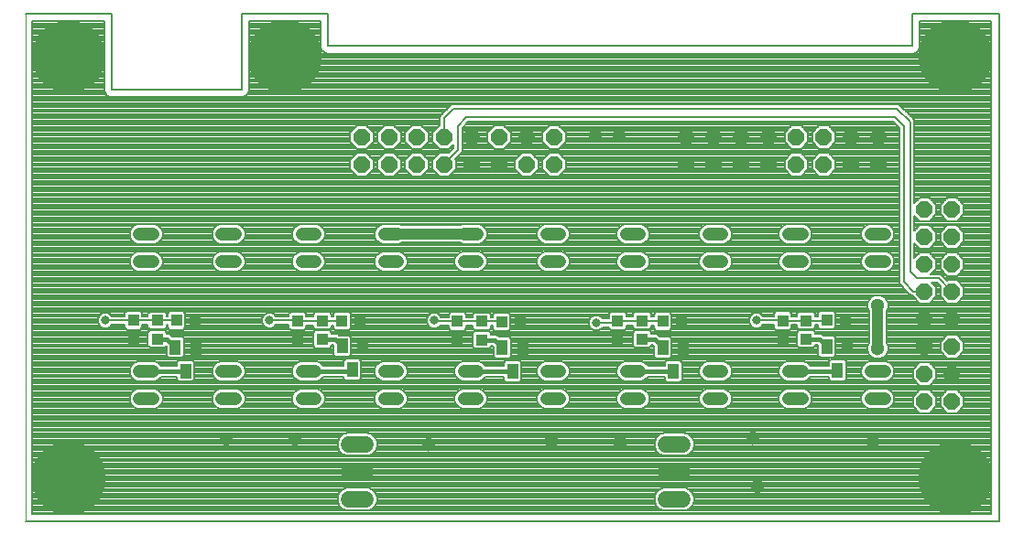
<source format=gbl>
G75*
%MOIN*%
%OFA0B0*%
%FSLAX25Y25*%
%IPPOS*%
%LPD*%
%AMOC8*
5,1,8,0,0,1.08239X$1,22.5*
%
%ADD10C,0.00591*%
%ADD11C,0.00394*%
%ADD12C,0.04800*%
%ADD13R,0.03937X0.05512*%
%ADD14R,0.04331X0.03937*%
%ADD15OC8,0.06000*%
%ADD16R,0.03937X0.04331*%
%ADD17C,0.06000*%
%ADD18C,0.05118*%
%ADD19C,0.26378*%
%ADD20C,0.26772*%
%ADD21C,0.00787*%
%ADD22C,0.01575*%
%ADD23C,0.03937*%
%ADD24C,0.03150*%
D10*
X0001394Y0004890D02*
X0355724Y0004890D01*
X0355724Y0189929D01*
X0324228Y0189929D01*
X0324228Y0178118D01*
X0111630Y0178118D01*
X0111630Y0189929D01*
X0080134Y0189929D01*
X0080134Y0162370D01*
X0032890Y0162370D01*
X0032890Y0189929D01*
X0001394Y0189929D01*
D11*
X0001394Y0004890D01*
D12*
X0043049Y0049693D02*
X0047849Y0049693D01*
X0047849Y0059693D02*
X0043049Y0059693D01*
X0073049Y0059693D02*
X0077849Y0059693D01*
X0077849Y0049693D02*
X0073049Y0049693D01*
X0102104Y0049693D02*
X0106904Y0049693D01*
X0106904Y0059693D02*
X0102104Y0059693D01*
X0132104Y0059693D02*
X0136904Y0059693D01*
X0136904Y0049693D02*
X0132104Y0049693D01*
X0161159Y0049693D02*
X0165959Y0049693D01*
X0165959Y0059693D02*
X0161159Y0059693D01*
X0191159Y0059693D02*
X0195959Y0059693D01*
X0195959Y0049693D02*
X0191159Y0049693D01*
X0220214Y0049693D02*
X0225014Y0049693D01*
X0225014Y0059693D02*
X0220214Y0059693D01*
X0250214Y0059693D02*
X0255014Y0059693D01*
X0255014Y0049693D02*
X0250214Y0049693D01*
X0279269Y0049693D02*
X0284069Y0049693D01*
X0284069Y0059693D02*
X0279269Y0059693D01*
X0309269Y0059693D02*
X0314069Y0059693D01*
X0314069Y0049693D02*
X0309269Y0049693D01*
X0309269Y0099693D02*
X0314069Y0099693D01*
X0314069Y0109693D02*
X0309269Y0109693D01*
X0284069Y0109693D02*
X0279269Y0109693D01*
X0279269Y0099693D02*
X0284069Y0099693D01*
X0255014Y0099693D02*
X0250214Y0099693D01*
X0250214Y0109693D02*
X0255014Y0109693D01*
X0225014Y0109693D02*
X0220214Y0109693D01*
X0220214Y0099693D02*
X0225014Y0099693D01*
X0195959Y0099693D02*
X0191159Y0099693D01*
X0191159Y0109693D02*
X0195959Y0109693D01*
X0165959Y0109693D02*
X0161159Y0109693D01*
X0161159Y0099693D02*
X0165959Y0099693D01*
X0136904Y0099693D02*
X0132104Y0099693D01*
X0132104Y0109693D02*
X0136904Y0109693D01*
X0106904Y0109693D02*
X0102104Y0109693D01*
X0102104Y0099693D02*
X0106904Y0099693D01*
X0077849Y0099693D02*
X0073049Y0099693D01*
X0073049Y0109693D02*
X0077849Y0109693D01*
X0047849Y0109693D02*
X0043049Y0109693D01*
X0043049Y0099693D02*
X0047849Y0099693D01*
D13*
X0056031Y0068433D03*
X0063512Y0068433D03*
X0059772Y0059772D03*
X0116780Y0068827D03*
X0124260Y0068827D03*
X0120520Y0060165D03*
X0175024Y0068252D03*
X0182504Y0068252D03*
X0178764Y0059591D03*
X0233496Y0068244D03*
X0240976Y0068244D03*
X0237236Y0059583D03*
X0293197Y0068646D03*
X0300677Y0068646D03*
X0296937Y0059984D03*
D14*
X0285654Y0071394D03*
X0285654Y0078087D03*
X0225976Y0078031D03*
X0225976Y0071339D03*
X0167543Y0071094D03*
X0167543Y0077787D03*
X0109457Y0077976D03*
X0109457Y0071283D03*
X0049402Y0071433D03*
X0049402Y0078126D03*
D15*
X0123874Y0134929D03*
X0133874Y0134929D03*
X0143874Y0134929D03*
X0153874Y0134929D03*
X0163874Y0134929D03*
X0173874Y0134929D03*
X0183874Y0134929D03*
X0193874Y0134929D03*
X0193874Y0144929D03*
X0183874Y0144929D03*
X0173874Y0144929D03*
X0163874Y0144929D03*
X0153874Y0144929D03*
X0143874Y0144929D03*
X0133874Y0144929D03*
X0123874Y0144929D03*
X0241984Y0144929D03*
X0251984Y0144929D03*
X0261984Y0144929D03*
X0271984Y0144929D03*
X0281984Y0144929D03*
X0291984Y0144929D03*
X0301984Y0144929D03*
X0311984Y0144929D03*
X0311984Y0134929D03*
X0301984Y0134929D03*
X0291984Y0134929D03*
X0281984Y0134929D03*
X0271984Y0134929D03*
X0261984Y0134929D03*
X0251984Y0134929D03*
X0241984Y0134929D03*
X0328677Y0118630D03*
X0338677Y0118630D03*
X0338677Y0108630D03*
X0328677Y0108630D03*
X0328677Y0098630D03*
X0338677Y0098630D03*
X0338677Y0088630D03*
X0328677Y0088630D03*
X0328677Y0078630D03*
X0338677Y0078630D03*
X0338677Y0068630D03*
X0328677Y0068630D03*
X0328677Y0058630D03*
X0338677Y0058630D03*
X0338677Y0048630D03*
X0328677Y0048630D03*
D16*
X0277118Y0071394D03*
X0277118Y0078087D03*
X0293071Y0078189D03*
X0299764Y0078189D03*
X0240197Y0077787D03*
X0233504Y0077787D03*
X0217047Y0077898D03*
X0217047Y0071205D03*
X0181417Y0077606D03*
X0174724Y0077606D03*
X0158614Y0077787D03*
X0158614Y0071094D03*
X0123331Y0077843D03*
X0116638Y0077843D03*
X0100528Y0077976D03*
X0100528Y0071283D03*
X0063094Y0078118D03*
X0056402Y0078118D03*
X0040866Y0078126D03*
X0040866Y0071433D03*
D17*
X0119260Y0033000D02*
X0125260Y0033000D01*
X0125260Y0023000D02*
X0119260Y0023000D01*
X0119260Y0013000D02*
X0125260Y0013000D01*
X0234614Y0013000D02*
X0240614Y0013000D01*
X0240614Y0023000D02*
X0234614Y0023000D01*
X0234614Y0033000D02*
X0240614Y0033000D01*
D18*
X0217929Y0033630D03*
X0192732Y0034417D03*
X0148244Y0033039D03*
X0099622Y0035008D03*
X0074425Y0035008D03*
X0266354Y0035205D03*
X0267929Y0017488D03*
X0310055Y0033827D03*
X0311630Y0067882D03*
X0311630Y0083630D03*
X0217535Y0145638D03*
X0208874Y0145638D03*
D19*
X0017142Y0174181D03*
D20*
X0095882Y0174181D03*
X0339976Y0174181D03*
X0339976Y0020638D03*
X0017142Y0020638D03*
D21*
X0003984Y0020608D02*
X0353035Y0020608D01*
X0353035Y0019822D02*
X0003984Y0019822D01*
X0003984Y0019036D02*
X0353035Y0019036D01*
X0353035Y0018250D02*
X0003984Y0018250D01*
X0003984Y0017464D02*
X0353035Y0017464D01*
X0353035Y0016678D02*
X0242711Y0016678D01*
X0242994Y0016561D02*
X0241450Y0017201D01*
X0233779Y0017201D01*
X0232235Y0016561D01*
X0231053Y0015380D01*
X0230413Y0013836D01*
X0230413Y0012164D01*
X0231053Y0010620D01*
X0232235Y0009439D01*
X0233779Y0008799D01*
X0241450Y0008799D01*
X0242994Y0009439D01*
X0244175Y0010620D01*
X0244815Y0012164D01*
X0244815Y0013836D01*
X0244175Y0015380D01*
X0242994Y0016561D01*
X0243662Y0015893D02*
X0353035Y0015893D01*
X0353035Y0015107D02*
X0244288Y0015107D01*
X0244614Y0014321D02*
X0353035Y0014321D01*
X0353035Y0013535D02*
X0244815Y0013535D01*
X0244815Y0012749D02*
X0353035Y0012749D01*
X0353035Y0011963D02*
X0244732Y0011963D01*
X0244406Y0011177D02*
X0353035Y0011177D01*
X0353035Y0010391D02*
X0243946Y0010391D01*
X0243160Y0009605D02*
X0353035Y0009605D01*
X0353035Y0008819D02*
X0241498Y0008819D01*
X0233730Y0008819D02*
X0126144Y0008819D01*
X0126095Y0008799D02*
X0127639Y0009439D01*
X0128821Y0010620D01*
X0129461Y0012164D01*
X0129461Y0013836D01*
X0128821Y0015380D01*
X0127639Y0016561D01*
X0126095Y0017201D01*
X0118424Y0017201D01*
X0116880Y0016561D01*
X0115699Y0015380D01*
X0115059Y0013836D01*
X0115059Y0012164D01*
X0115699Y0010620D01*
X0116880Y0009439D01*
X0118424Y0008799D01*
X0126095Y0008799D01*
X0127806Y0009605D02*
X0232068Y0009605D01*
X0231282Y0010391D02*
X0128592Y0010391D01*
X0129052Y0011177D02*
X0230822Y0011177D01*
X0230497Y0011963D02*
X0129377Y0011963D01*
X0129461Y0012749D02*
X0230413Y0012749D01*
X0230413Y0013535D02*
X0129461Y0013535D01*
X0129260Y0014321D02*
X0230614Y0014321D01*
X0230940Y0015107D02*
X0128934Y0015107D01*
X0128308Y0015893D02*
X0231566Y0015893D01*
X0232518Y0016678D02*
X0127356Y0016678D01*
X0117163Y0016678D02*
X0003984Y0016678D01*
X0003984Y0015893D02*
X0116212Y0015893D01*
X0115586Y0015107D02*
X0003984Y0015107D01*
X0003984Y0014321D02*
X0115260Y0014321D01*
X0115059Y0013535D02*
X0003984Y0013535D01*
X0003984Y0012749D02*
X0115059Y0012749D01*
X0115142Y0011963D02*
X0003984Y0011963D01*
X0003984Y0011177D02*
X0115468Y0011177D01*
X0115928Y0010391D02*
X0003984Y0010391D01*
X0003984Y0009605D02*
X0116714Y0009605D01*
X0118376Y0008819D02*
X0003984Y0008819D01*
X0003984Y0008033D02*
X0353035Y0008033D01*
X0353035Y0007579D02*
X0003984Y0007579D01*
X0003984Y0187240D01*
X0030201Y0187240D01*
X0030201Y0161835D01*
X0030610Y0160847D01*
X0031367Y0160090D01*
X0032355Y0159681D01*
X0080669Y0159681D01*
X0081657Y0160090D01*
X0082413Y0160847D01*
X0082823Y0161835D01*
X0082823Y0187240D01*
X0108941Y0187240D01*
X0108941Y0177583D01*
X0109350Y0176595D01*
X0110107Y0175839D01*
X0111095Y0175429D01*
X0324763Y0175429D01*
X0325752Y0175839D01*
X0326508Y0176595D01*
X0326917Y0177583D01*
X0326917Y0187240D01*
X0353035Y0187240D01*
X0353035Y0007579D01*
X0353035Y0021394D02*
X0003984Y0021394D01*
X0003984Y0022180D02*
X0353035Y0022180D01*
X0353035Y0022966D02*
X0003984Y0022966D01*
X0003984Y0023752D02*
X0353035Y0023752D01*
X0353035Y0024538D02*
X0003984Y0024538D01*
X0003984Y0025323D02*
X0353035Y0025323D01*
X0353035Y0026109D02*
X0003984Y0026109D01*
X0003984Y0026895D02*
X0353035Y0026895D01*
X0353035Y0027681D02*
X0003984Y0027681D01*
X0003984Y0028467D02*
X0353035Y0028467D01*
X0353035Y0029253D02*
X0242545Y0029253D01*
X0242994Y0029439D02*
X0241450Y0028799D01*
X0233779Y0028799D01*
X0232235Y0029439D01*
X0231053Y0030620D01*
X0230413Y0032164D01*
X0230413Y0033836D01*
X0231053Y0035380D01*
X0232235Y0036561D01*
X0233779Y0037201D01*
X0241450Y0037201D01*
X0242994Y0036561D01*
X0244175Y0035380D01*
X0244815Y0033836D01*
X0244815Y0032164D01*
X0244175Y0030620D01*
X0242994Y0029439D01*
X0243594Y0030039D02*
X0353035Y0030039D01*
X0353035Y0030825D02*
X0244260Y0030825D01*
X0244586Y0031611D02*
X0353035Y0031611D01*
X0353035Y0032397D02*
X0244815Y0032397D01*
X0244815Y0033183D02*
X0353035Y0033183D01*
X0353035Y0033969D02*
X0244760Y0033969D01*
X0244434Y0034754D02*
X0353035Y0034754D01*
X0353035Y0035540D02*
X0244015Y0035540D01*
X0243229Y0036326D02*
X0353035Y0036326D01*
X0353035Y0037112D02*
X0241664Y0037112D01*
X0233565Y0037112D02*
X0126309Y0037112D01*
X0126095Y0037201D02*
X0118424Y0037201D01*
X0116880Y0036561D01*
X0115699Y0035380D01*
X0115059Y0033836D01*
X0115059Y0032164D01*
X0115699Y0030620D01*
X0116880Y0029439D01*
X0118424Y0028799D01*
X0126095Y0028799D01*
X0127639Y0029439D01*
X0128821Y0030620D01*
X0129461Y0032164D01*
X0129461Y0033836D01*
X0128821Y0035380D01*
X0127639Y0036561D01*
X0126095Y0037201D01*
X0127874Y0036326D02*
X0232000Y0036326D01*
X0231214Y0035540D02*
X0128660Y0035540D01*
X0129080Y0034754D02*
X0230794Y0034754D01*
X0230468Y0033969D02*
X0129406Y0033969D01*
X0129461Y0033183D02*
X0230413Y0033183D01*
X0230413Y0032397D02*
X0129461Y0032397D01*
X0129231Y0031611D02*
X0230643Y0031611D01*
X0230968Y0030825D02*
X0128906Y0030825D01*
X0128240Y0030039D02*
X0231634Y0030039D01*
X0232683Y0029253D02*
X0127191Y0029253D01*
X0117329Y0029253D02*
X0003984Y0029253D01*
X0003984Y0030039D02*
X0116280Y0030039D01*
X0115614Y0030825D02*
X0003984Y0030825D01*
X0003984Y0031611D02*
X0115288Y0031611D01*
X0115059Y0032397D02*
X0003984Y0032397D01*
X0003984Y0033183D02*
X0115059Y0033183D01*
X0115114Y0033969D02*
X0003984Y0033969D01*
X0003984Y0034754D02*
X0115440Y0034754D01*
X0115859Y0035540D02*
X0003984Y0035540D01*
X0003984Y0036326D02*
X0116645Y0036326D01*
X0118210Y0037112D02*
X0003984Y0037112D01*
X0003984Y0037898D02*
X0353035Y0037898D01*
X0353035Y0038684D02*
X0003984Y0038684D01*
X0003984Y0039470D02*
X0353035Y0039470D01*
X0353035Y0040256D02*
X0003984Y0040256D01*
X0003984Y0041042D02*
X0353035Y0041042D01*
X0353035Y0041828D02*
X0003984Y0041828D01*
X0003984Y0042614D02*
X0353035Y0042614D01*
X0353035Y0043399D02*
X0003984Y0043399D01*
X0003984Y0044185D02*
X0353035Y0044185D01*
X0353035Y0044971D02*
X0340959Y0044971D01*
X0340417Y0044429D02*
X0342878Y0046890D01*
X0342878Y0050370D01*
X0340417Y0052831D01*
X0336937Y0052831D01*
X0334476Y0050370D01*
X0334476Y0046890D01*
X0336937Y0044429D01*
X0340417Y0044429D01*
X0341745Y0045757D02*
X0353035Y0045757D01*
X0353035Y0046543D02*
X0342531Y0046543D01*
X0342878Y0047329D02*
X0353035Y0047329D01*
X0353035Y0048115D02*
X0342878Y0048115D01*
X0342878Y0048901D02*
X0353035Y0048901D01*
X0353035Y0049687D02*
X0342878Y0049687D01*
X0342775Y0050473D02*
X0353035Y0050473D01*
X0353035Y0051259D02*
X0341989Y0051259D01*
X0341203Y0052045D02*
X0353035Y0052045D01*
X0353035Y0052830D02*
X0340417Y0052830D01*
X0336937Y0052830D02*
X0330417Y0052830D01*
X0330417Y0052831D02*
X0326937Y0052831D01*
X0324476Y0050370D01*
X0324476Y0046890D01*
X0326937Y0044429D01*
X0330417Y0044429D01*
X0332878Y0046890D01*
X0332878Y0050370D01*
X0330417Y0052831D01*
X0331203Y0052045D02*
X0336151Y0052045D01*
X0335365Y0051259D02*
X0331989Y0051259D01*
X0332775Y0050473D02*
X0334579Y0050473D01*
X0334476Y0049687D02*
X0332878Y0049687D01*
X0332878Y0048901D02*
X0334476Y0048901D01*
X0334476Y0048115D02*
X0332878Y0048115D01*
X0332878Y0047329D02*
X0334476Y0047329D01*
X0334823Y0046543D02*
X0332531Y0046543D01*
X0331745Y0045757D02*
X0335609Y0045757D01*
X0336395Y0044971D02*
X0330959Y0044971D01*
X0326395Y0044971D02*
X0003984Y0044971D01*
X0003984Y0045757D02*
X0325609Y0045757D01*
X0324823Y0046543D02*
X0315874Y0046543D01*
X0316109Y0046640D02*
X0317122Y0047653D01*
X0317670Y0048977D01*
X0317670Y0050409D01*
X0317122Y0051733D01*
X0316109Y0052745D01*
X0314786Y0053294D01*
X0308553Y0053294D01*
X0307230Y0052745D01*
X0306217Y0051733D01*
X0305669Y0050409D01*
X0305669Y0048977D01*
X0306217Y0047653D01*
X0307230Y0046640D01*
X0308553Y0046092D01*
X0314786Y0046092D01*
X0316109Y0046640D01*
X0316798Y0047329D02*
X0324476Y0047329D01*
X0324476Y0048115D02*
X0317313Y0048115D01*
X0317639Y0048901D02*
X0324476Y0048901D01*
X0324476Y0049687D02*
X0317670Y0049687D01*
X0317644Y0050473D02*
X0324579Y0050473D01*
X0325365Y0051259D02*
X0317318Y0051259D01*
X0316810Y0052045D02*
X0326151Y0052045D01*
X0326937Y0052830D02*
X0315904Y0052830D01*
X0314786Y0056092D02*
X0308553Y0056092D01*
X0307230Y0056640D01*
X0306217Y0057653D01*
X0305669Y0058977D01*
X0305669Y0060409D01*
X0306217Y0061733D01*
X0307230Y0062745D01*
X0308553Y0063294D01*
X0314786Y0063294D01*
X0316109Y0062745D01*
X0317122Y0061733D01*
X0317670Y0060409D01*
X0317670Y0058977D01*
X0317122Y0057653D01*
X0316109Y0056640D01*
X0314786Y0056092D01*
X0316229Y0056760D02*
X0324606Y0056760D01*
X0324476Y0056890D02*
X0326937Y0054429D01*
X0330417Y0054429D01*
X0332878Y0056890D01*
X0332878Y0060370D01*
X0330417Y0062831D01*
X0326937Y0062831D01*
X0324476Y0060370D01*
X0324476Y0056890D01*
X0324476Y0057546D02*
X0317015Y0057546D01*
X0317403Y0058332D02*
X0324476Y0058332D01*
X0324476Y0059118D02*
X0317670Y0059118D01*
X0317670Y0059904D02*
X0324476Y0059904D01*
X0324796Y0060690D02*
X0317554Y0060690D01*
X0317228Y0061475D02*
X0325582Y0061475D01*
X0326368Y0062261D02*
X0316593Y0062261D01*
X0315380Y0063047D02*
X0353035Y0063047D01*
X0353035Y0062261D02*
X0330986Y0062261D01*
X0331772Y0061475D02*
X0353035Y0061475D01*
X0353035Y0060690D02*
X0332558Y0060690D01*
X0332878Y0059904D02*
X0353035Y0059904D01*
X0353035Y0059118D02*
X0332878Y0059118D01*
X0332878Y0058332D02*
X0353035Y0058332D01*
X0353035Y0057546D02*
X0332878Y0057546D01*
X0332748Y0056760D02*
X0353035Y0056760D01*
X0353035Y0055974D02*
X0331962Y0055974D01*
X0331176Y0055188D02*
X0353035Y0055188D01*
X0353035Y0054402D02*
X0003984Y0054402D01*
X0003984Y0053616D02*
X0353035Y0053616D01*
X0353035Y0063833D02*
X0299511Y0063833D01*
X0299403Y0063941D02*
X0294471Y0063941D01*
X0293768Y0063238D01*
X0293768Y0061681D01*
X0287143Y0061681D01*
X0287122Y0061733D01*
X0286109Y0062745D01*
X0284786Y0063294D01*
X0278553Y0063294D01*
X0277230Y0062745D01*
X0276217Y0061733D01*
X0275669Y0060409D01*
X0275669Y0058977D01*
X0276217Y0057653D01*
X0277230Y0056640D01*
X0278553Y0056092D01*
X0284786Y0056092D01*
X0286109Y0056640D01*
X0287122Y0057653D01*
X0287143Y0057705D01*
X0293768Y0057705D01*
X0293768Y0056731D01*
X0294471Y0056028D01*
X0299403Y0056028D01*
X0300106Y0056731D01*
X0300106Y0063238D01*
X0299403Y0063941D01*
X0300106Y0063047D02*
X0307958Y0063047D01*
X0306746Y0062261D02*
X0300106Y0062261D01*
X0300106Y0061475D02*
X0306110Y0061475D01*
X0305785Y0060690D02*
X0300106Y0060690D01*
X0300106Y0059904D02*
X0305669Y0059904D01*
X0305669Y0059118D02*
X0300106Y0059118D01*
X0300106Y0058332D02*
X0305936Y0058332D01*
X0306324Y0057546D02*
X0300106Y0057546D01*
X0300106Y0056760D02*
X0307110Y0056760D01*
X0307435Y0052830D02*
X0285904Y0052830D01*
X0286109Y0052745D02*
X0284786Y0053294D01*
X0278553Y0053294D01*
X0277230Y0052745D01*
X0276217Y0051733D01*
X0275669Y0050409D01*
X0275669Y0048977D01*
X0276217Y0047653D01*
X0277230Y0046640D01*
X0278553Y0046092D01*
X0284786Y0046092D01*
X0286109Y0046640D01*
X0287122Y0047653D01*
X0287670Y0048977D01*
X0287670Y0050409D01*
X0287122Y0051733D01*
X0286109Y0052745D01*
X0286810Y0052045D02*
X0306529Y0052045D01*
X0306020Y0051259D02*
X0287318Y0051259D01*
X0287644Y0050473D02*
X0305695Y0050473D01*
X0305669Y0049687D02*
X0287670Y0049687D01*
X0287639Y0048901D02*
X0305700Y0048901D01*
X0306025Y0048115D02*
X0287313Y0048115D01*
X0286798Y0047329D02*
X0306541Y0047329D01*
X0307464Y0046543D02*
X0285874Y0046543D01*
X0277464Y0046543D02*
X0256819Y0046543D01*
X0257054Y0046640D02*
X0258067Y0047653D01*
X0258615Y0048977D01*
X0258615Y0050409D01*
X0258067Y0051733D01*
X0257054Y0052745D01*
X0255730Y0053294D01*
X0249498Y0053294D01*
X0248174Y0052745D01*
X0247162Y0051733D01*
X0246613Y0050409D01*
X0246613Y0048977D01*
X0247162Y0047653D01*
X0248174Y0046640D01*
X0249498Y0046092D01*
X0255730Y0046092D01*
X0257054Y0046640D01*
X0257743Y0047329D02*
X0276541Y0047329D01*
X0276025Y0048115D02*
X0258258Y0048115D01*
X0258584Y0048901D02*
X0275700Y0048901D01*
X0275669Y0049687D02*
X0258615Y0049687D01*
X0258589Y0050473D02*
X0275695Y0050473D01*
X0276020Y0051259D02*
X0258263Y0051259D01*
X0257755Y0052045D02*
X0276529Y0052045D01*
X0277435Y0052830D02*
X0256849Y0052830D01*
X0255730Y0056092D02*
X0249498Y0056092D01*
X0248174Y0056640D01*
X0247162Y0057653D01*
X0246613Y0058977D01*
X0246613Y0060409D01*
X0247162Y0061733D01*
X0248174Y0062745D01*
X0249498Y0063294D01*
X0255730Y0063294D01*
X0257054Y0062745D01*
X0258067Y0061733D01*
X0258615Y0060409D01*
X0258615Y0058977D01*
X0258067Y0057653D01*
X0257054Y0056640D01*
X0255730Y0056092D01*
X0257174Y0056760D02*
X0277110Y0056760D01*
X0276324Y0057546D02*
X0257959Y0057546D01*
X0258348Y0058332D02*
X0275936Y0058332D01*
X0275669Y0059118D02*
X0258615Y0059118D01*
X0258615Y0059904D02*
X0275669Y0059904D01*
X0275785Y0060690D02*
X0258499Y0060690D01*
X0258173Y0061475D02*
X0276110Y0061475D01*
X0276746Y0062261D02*
X0257538Y0062261D01*
X0256325Y0063047D02*
X0277958Y0063047D01*
X0285380Y0063047D02*
X0293768Y0063047D01*
X0293768Y0062261D02*
X0286593Y0062261D01*
X0290028Y0065392D02*
X0290731Y0064689D01*
X0295663Y0064689D01*
X0296366Y0065392D01*
X0296366Y0071899D01*
X0295663Y0072602D01*
X0292052Y0072602D01*
X0291272Y0073382D01*
X0289020Y0073382D01*
X0289020Y0073860D01*
X0288316Y0074563D01*
X0282991Y0074563D01*
X0282287Y0073860D01*
X0282287Y0068928D01*
X0282991Y0068224D01*
X0288316Y0068224D01*
X0289020Y0068928D01*
X0289020Y0069406D01*
X0289625Y0069406D01*
X0290028Y0069003D01*
X0290028Y0065392D01*
X0290028Y0065405D02*
X0236665Y0065405D01*
X0236665Y0064991D02*
X0235962Y0064287D01*
X0231030Y0064287D01*
X0230327Y0064991D01*
X0230327Y0068602D01*
X0229578Y0069350D01*
X0229343Y0069350D01*
X0229343Y0068873D01*
X0228639Y0068169D01*
X0223314Y0068169D01*
X0222610Y0068873D01*
X0222610Y0073804D01*
X0223314Y0074508D01*
X0228639Y0074508D01*
X0229343Y0073804D01*
X0229343Y0073327D01*
X0231225Y0073327D01*
X0232351Y0072201D01*
X0235962Y0072201D01*
X0236665Y0071497D01*
X0236665Y0064991D01*
X0236294Y0064619D02*
X0309682Y0064619D01*
X0309500Y0064694D02*
X0310882Y0064122D01*
X0312378Y0064122D01*
X0313760Y0064694D01*
X0314817Y0065752D01*
X0315390Y0067134D01*
X0315390Y0068630D01*
X0314817Y0070012D01*
X0314799Y0070030D01*
X0314799Y0081482D01*
X0314817Y0081500D01*
X0315390Y0082882D01*
X0315390Y0084378D01*
X0314817Y0085760D01*
X0313760Y0086817D01*
X0312378Y0087390D01*
X0310882Y0087390D01*
X0309500Y0086817D01*
X0308442Y0085760D01*
X0307870Y0084378D01*
X0307870Y0082882D01*
X0308442Y0081500D01*
X0308461Y0081482D01*
X0308461Y0070030D01*
X0308442Y0070012D01*
X0307870Y0068630D01*
X0307870Y0067134D01*
X0308442Y0065752D01*
X0309500Y0064694D01*
X0308790Y0065405D02*
X0296366Y0065405D01*
X0296366Y0066191D02*
X0308261Y0066191D01*
X0307935Y0066977D02*
X0296366Y0066977D01*
X0296366Y0067763D02*
X0307870Y0067763D01*
X0307870Y0068549D02*
X0296366Y0068549D01*
X0296366Y0069335D02*
X0308162Y0069335D01*
X0308461Y0070121D02*
X0296366Y0070121D01*
X0296366Y0070906D02*
X0308461Y0070906D01*
X0308461Y0071692D02*
X0296366Y0071692D01*
X0295787Y0072478D02*
X0308461Y0072478D01*
X0308461Y0073264D02*
X0291390Y0073264D01*
X0290605Y0074823D02*
X0295537Y0074823D01*
X0296240Y0075526D01*
X0296240Y0080852D01*
X0295537Y0081555D01*
X0290605Y0081555D01*
X0289902Y0080852D01*
X0289902Y0079681D01*
X0289020Y0079681D01*
X0289020Y0080552D01*
X0288316Y0081256D01*
X0282991Y0081256D01*
X0282287Y0080552D01*
X0282287Y0079681D01*
X0280287Y0079681D01*
X0280287Y0080749D01*
X0279584Y0081453D01*
X0274652Y0081453D01*
X0273949Y0080749D01*
X0273949Y0079713D01*
X0269866Y0079713D01*
X0269108Y0080471D01*
X0268088Y0080894D01*
X0266983Y0080894D01*
X0265963Y0080471D01*
X0265182Y0079690D01*
X0264760Y0078670D01*
X0264760Y0077566D01*
X0265182Y0076546D01*
X0265963Y0075765D01*
X0266983Y0075343D01*
X0268088Y0075343D01*
X0269108Y0075765D01*
X0269866Y0076524D01*
X0273949Y0076524D01*
X0273949Y0075424D01*
X0274652Y0074720D01*
X0279584Y0074720D01*
X0280287Y0075424D01*
X0280287Y0076492D01*
X0282287Y0076492D01*
X0282287Y0075621D01*
X0282991Y0074917D01*
X0288316Y0074917D01*
X0289020Y0075621D01*
X0289020Y0076492D01*
X0289902Y0076492D01*
X0289902Y0075526D01*
X0290605Y0074823D01*
X0290592Y0074836D02*
X0279700Y0074836D01*
X0280287Y0075622D02*
X0282287Y0075622D01*
X0282287Y0076408D02*
X0280287Y0076408D01*
X0282478Y0074050D02*
X0229097Y0074050D01*
X0228639Y0074862D02*
X0229343Y0075566D01*
X0229343Y0076437D01*
X0230335Y0076437D01*
X0230335Y0075125D01*
X0231038Y0074421D01*
X0235970Y0074421D01*
X0236673Y0075125D01*
X0236673Y0080450D01*
X0235970Y0081154D01*
X0231038Y0081154D01*
X0230335Y0080450D01*
X0230335Y0079626D01*
X0229343Y0079626D01*
X0229343Y0080497D01*
X0228639Y0081201D01*
X0223314Y0081201D01*
X0222610Y0080497D01*
X0222610Y0079492D01*
X0220217Y0079492D01*
X0220217Y0080560D01*
X0219513Y0081264D01*
X0214581Y0081264D01*
X0213878Y0080560D01*
X0213878Y0078925D01*
X0211599Y0078925D01*
X0210840Y0079684D01*
X0209820Y0080106D01*
X0208716Y0080106D01*
X0207695Y0079684D01*
X0206915Y0078903D01*
X0206492Y0077883D01*
X0206492Y0076779D01*
X0206915Y0075758D01*
X0207695Y0074978D01*
X0208716Y0074555D01*
X0209820Y0074555D01*
X0210840Y0074978D01*
X0211599Y0075736D01*
X0213878Y0075736D01*
X0213878Y0075235D01*
X0214581Y0074531D01*
X0219513Y0074531D01*
X0220217Y0075235D01*
X0220217Y0076303D01*
X0222610Y0076303D01*
X0222610Y0075566D01*
X0223314Y0074862D01*
X0228639Y0074862D01*
X0229343Y0075622D02*
X0230335Y0075622D01*
X0230335Y0076408D02*
X0229343Y0076408D01*
X0230623Y0074836D02*
X0219818Y0074836D01*
X0220217Y0075622D02*
X0222610Y0075622D01*
X0222856Y0074050D02*
X0170420Y0074050D01*
X0170206Y0074264D02*
X0170909Y0073560D01*
X0170909Y0073083D01*
X0173005Y0073083D01*
X0173879Y0072209D01*
X0177490Y0072209D01*
X0178193Y0071505D01*
X0178193Y0064999D01*
X0177490Y0064295D01*
X0172558Y0064295D01*
X0171854Y0064999D01*
X0171854Y0068610D01*
X0171358Y0069106D01*
X0170909Y0069106D01*
X0170909Y0068629D01*
X0170206Y0067925D01*
X0164881Y0067925D01*
X0164177Y0068629D01*
X0164177Y0073560D01*
X0164881Y0074264D01*
X0170206Y0074264D01*
X0170206Y0074618D02*
X0164881Y0074618D01*
X0164177Y0075322D01*
X0164177Y0076193D01*
X0161783Y0076193D01*
X0161783Y0075125D01*
X0161080Y0074421D01*
X0156148Y0074421D01*
X0155445Y0075125D01*
X0155445Y0076193D01*
X0152213Y0076193D01*
X0151785Y0075765D01*
X0150765Y0075343D01*
X0149660Y0075343D01*
X0148640Y0075765D01*
X0147860Y0076546D01*
X0147437Y0077566D01*
X0147437Y0078670D01*
X0147860Y0079690D01*
X0148640Y0080471D01*
X0149660Y0080894D01*
X0150765Y0080894D01*
X0151785Y0080471D01*
X0152566Y0079690D01*
X0152693Y0079382D01*
X0155445Y0079382D01*
X0155445Y0080450D01*
X0156148Y0081154D01*
X0161080Y0081154D01*
X0161783Y0080450D01*
X0161783Y0079382D01*
X0164177Y0079382D01*
X0164177Y0080253D01*
X0164881Y0080957D01*
X0170206Y0080957D01*
X0170909Y0080253D01*
X0170909Y0079382D01*
X0171555Y0079382D01*
X0171555Y0080269D01*
X0172259Y0080972D01*
X0177190Y0080972D01*
X0177894Y0080269D01*
X0177894Y0074944D01*
X0177190Y0074240D01*
X0172259Y0074240D01*
X0171555Y0074944D01*
X0171555Y0076193D01*
X0170909Y0076193D01*
X0170909Y0075322D01*
X0170206Y0074618D01*
X0170424Y0074836D02*
X0171663Y0074836D01*
X0171555Y0075622D02*
X0170909Y0075622D01*
X0170909Y0073264D02*
X0222610Y0073264D01*
X0222610Y0072478D02*
X0173609Y0072478D01*
X0178006Y0071692D02*
X0222610Y0071692D01*
X0222610Y0070906D02*
X0178193Y0070906D01*
X0178193Y0070121D02*
X0222610Y0070121D01*
X0222610Y0069335D02*
X0178193Y0069335D01*
X0178193Y0068549D02*
X0222934Y0068549D01*
X0225730Y0063294D02*
X0219498Y0063294D01*
X0218174Y0062745D01*
X0217162Y0061733D01*
X0216613Y0060409D01*
X0216613Y0058977D01*
X0217162Y0057653D01*
X0218174Y0056640D01*
X0219498Y0056092D01*
X0225730Y0056092D01*
X0227054Y0056640D01*
X0228067Y0057653D01*
X0228088Y0057705D01*
X0234067Y0057705D01*
X0234067Y0056329D01*
X0234770Y0055626D01*
X0239702Y0055626D01*
X0240405Y0056329D01*
X0240405Y0062836D01*
X0239702Y0063539D01*
X0234770Y0063539D01*
X0234067Y0062836D01*
X0234067Y0061681D01*
X0228088Y0061681D01*
X0228067Y0061733D01*
X0227054Y0062745D01*
X0225730Y0063294D01*
X0226325Y0063047D02*
X0234278Y0063047D01*
X0234067Y0062261D02*
X0227538Y0062261D01*
X0230698Y0064619D02*
X0177813Y0064619D01*
X0178193Y0065405D02*
X0230327Y0065405D01*
X0230327Y0066191D02*
X0178193Y0066191D01*
X0178193Y0066977D02*
X0230327Y0066977D01*
X0230327Y0067763D02*
X0178193Y0067763D01*
X0171854Y0067763D02*
X0119949Y0067763D01*
X0119949Y0068549D02*
X0164257Y0068549D01*
X0164177Y0069335D02*
X0119949Y0069335D01*
X0119949Y0070121D02*
X0164177Y0070121D01*
X0164177Y0070906D02*
X0119949Y0070906D01*
X0119949Y0071692D02*
X0164177Y0071692D01*
X0164177Y0072478D02*
X0119551Y0072478D01*
X0119245Y0072783D02*
X0119949Y0072080D01*
X0119949Y0065573D01*
X0119245Y0064870D01*
X0114314Y0064870D01*
X0113610Y0065573D01*
X0113610Y0069184D01*
X0113499Y0069295D01*
X0112823Y0069295D01*
X0112823Y0068818D01*
X0112119Y0068114D01*
X0106794Y0068114D01*
X0106091Y0068818D01*
X0106091Y0073749D01*
X0106794Y0074453D01*
X0112119Y0074453D01*
X0112823Y0073749D01*
X0112823Y0073272D01*
X0115146Y0073272D01*
X0115635Y0072783D01*
X0119245Y0072783D01*
X0119104Y0074476D02*
X0119807Y0075180D01*
X0119807Y0080505D01*
X0119104Y0081209D01*
X0114172Y0081209D01*
X0113469Y0080505D01*
X0113469Y0079571D01*
X0112823Y0079571D01*
X0112823Y0080442D01*
X0112119Y0081146D01*
X0106794Y0081146D01*
X0106091Y0080442D01*
X0106091Y0079571D01*
X0103697Y0079571D01*
X0103697Y0080639D01*
X0102993Y0081343D01*
X0098062Y0081343D01*
X0097358Y0080639D01*
X0097358Y0079713D01*
X0092701Y0079713D01*
X0091942Y0080471D01*
X0090922Y0080894D01*
X0089818Y0080894D01*
X0088798Y0080471D01*
X0088017Y0079690D01*
X0087594Y0078670D01*
X0087594Y0077566D01*
X0088017Y0076546D01*
X0088798Y0075765D01*
X0089818Y0075343D01*
X0090922Y0075343D01*
X0091942Y0075765D01*
X0092701Y0076524D01*
X0097358Y0076524D01*
X0097358Y0075314D01*
X0098062Y0074610D01*
X0102993Y0074610D01*
X0103697Y0075314D01*
X0103697Y0076382D01*
X0106091Y0076382D01*
X0106091Y0075510D01*
X0106794Y0074807D01*
X0112119Y0074807D01*
X0112823Y0075510D01*
X0112823Y0076382D01*
X0113469Y0076382D01*
X0113469Y0075180D01*
X0114172Y0074476D01*
X0119104Y0074476D01*
X0119463Y0074836D02*
X0155734Y0074836D01*
X0155445Y0075622D02*
X0151439Y0075622D01*
X0150543Y0077787D02*
X0150213Y0078118D01*
X0150543Y0077787D02*
X0158614Y0077787D01*
X0167543Y0077787D01*
X0174543Y0077787D01*
X0174724Y0077606D01*
X0177894Y0077980D02*
X0206532Y0077980D01*
X0206492Y0077194D02*
X0177894Y0077194D01*
X0177894Y0076408D02*
X0206646Y0076408D01*
X0207051Y0075622D02*
X0177894Y0075622D01*
X0177786Y0074836D02*
X0208037Y0074836D01*
X0210498Y0074836D02*
X0214277Y0074836D01*
X0213878Y0075622D02*
X0211484Y0075622D01*
X0209268Y0077331D02*
X0216480Y0077331D01*
X0217047Y0077898D01*
X0225843Y0077898D01*
X0225976Y0078031D01*
X0233260Y0078031D01*
X0233504Y0077787D01*
X0236673Y0077980D02*
X0264760Y0077980D01*
X0264799Y0078766D02*
X0236673Y0078766D01*
X0236673Y0079551D02*
X0265125Y0079551D01*
X0265829Y0080337D02*
X0236673Y0080337D01*
X0236000Y0081123D02*
X0274323Y0081123D01*
X0273949Y0080337D02*
X0269241Y0080337D01*
X0267535Y0078118D02*
X0277087Y0078118D01*
X0277118Y0078087D01*
X0285654Y0078087D01*
X0292969Y0078087D01*
X0293071Y0078189D01*
X0296240Y0077980D02*
X0308461Y0077980D01*
X0308461Y0078766D02*
X0296240Y0078766D01*
X0296240Y0079551D02*
X0308461Y0079551D01*
X0308461Y0080337D02*
X0296240Y0080337D01*
X0295969Y0081123D02*
X0308461Y0081123D01*
X0308273Y0081909D02*
X0003984Y0081909D01*
X0003984Y0081123D02*
X0038031Y0081123D01*
X0037697Y0080789D02*
X0038400Y0081492D01*
X0043332Y0081492D01*
X0044035Y0080789D01*
X0044035Y0079720D01*
X0046035Y0079720D01*
X0046035Y0080592D01*
X0046739Y0081295D01*
X0052064Y0081295D01*
X0052768Y0080592D01*
X0052768Y0079713D01*
X0053232Y0079713D01*
X0053232Y0080781D01*
X0053936Y0081484D01*
X0058867Y0081484D01*
X0059571Y0080781D01*
X0059571Y0075455D01*
X0058867Y0074752D01*
X0053936Y0074752D01*
X0053232Y0075455D01*
X0053232Y0076524D01*
X0052768Y0076524D01*
X0052768Y0075660D01*
X0052064Y0074957D01*
X0046739Y0074957D01*
X0046035Y0075660D01*
X0046035Y0076531D01*
X0044035Y0076531D01*
X0044035Y0075463D01*
X0043332Y0074760D01*
X0038400Y0074760D01*
X0037697Y0075463D01*
X0037697Y0076524D01*
X0032858Y0076524D01*
X0032100Y0075765D01*
X0031080Y0075343D01*
X0029975Y0075343D01*
X0028955Y0075765D01*
X0028175Y0076546D01*
X0027752Y0077566D01*
X0027752Y0078670D01*
X0028175Y0079690D01*
X0028955Y0080471D01*
X0029975Y0080894D01*
X0031080Y0080894D01*
X0032100Y0080471D01*
X0032858Y0079713D01*
X0037697Y0079713D01*
X0037697Y0080789D01*
X0037697Y0080337D02*
X0032234Y0080337D01*
X0030528Y0078118D02*
X0040858Y0078118D01*
X0040866Y0078126D01*
X0049402Y0078126D01*
X0049409Y0078118D01*
X0056402Y0078118D01*
X0059571Y0077980D02*
X0087594Y0077980D01*
X0087634Y0078766D02*
X0059571Y0078766D01*
X0059571Y0079551D02*
X0087960Y0079551D01*
X0088664Y0080337D02*
X0059571Y0080337D01*
X0059228Y0081123D02*
X0097842Y0081123D01*
X0097358Y0080337D02*
X0092076Y0080337D01*
X0090370Y0078118D02*
X0100386Y0078118D01*
X0100528Y0077976D01*
X0109457Y0077976D01*
X0116504Y0077976D01*
X0116638Y0077843D01*
X0119807Y0077980D02*
X0147437Y0077980D01*
X0147477Y0078766D02*
X0119807Y0078766D01*
X0119807Y0079551D02*
X0147802Y0079551D01*
X0148507Y0080337D02*
X0119807Y0080337D01*
X0119189Y0081123D02*
X0156118Y0081123D01*
X0155445Y0080337D02*
X0151919Y0080337D01*
X0152623Y0079551D02*
X0155445Y0079551D01*
X0161110Y0081123D02*
X0214441Y0081123D01*
X0213878Y0080337D02*
X0177825Y0080337D01*
X0177894Y0079551D02*
X0207563Y0079551D01*
X0206858Y0078766D02*
X0177894Y0078766D01*
X0171555Y0079551D02*
X0170909Y0079551D01*
X0170825Y0080337D02*
X0171623Y0080337D01*
X0164261Y0080337D02*
X0161783Y0080337D01*
X0161783Y0079551D02*
X0164177Y0079551D01*
X0164177Y0075622D02*
X0161783Y0075622D01*
X0161495Y0074836D02*
X0164663Y0074836D01*
X0164667Y0074050D02*
X0112522Y0074050D01*
X0112148Y0074836D02*
X0113812Y0074836D01*
X0113469Y0075622D02*
X0112823Y0075622D01*
X0115154Y0073264D02*
X0164177Y0073264D01*
X0170830Y0068549D02*
X0171854Y0068549D01*
X0171854Y0066977D02*
X0119949Y0066977D01*
X0119949Y0066191D02*
X0171854Y0066191D01*
X0171854Y0065405D02*
X0119780Y0065405D01*
X0118054Y0064122D02*
X0117350Y0063419D01*
X0117350Y0061681D01*
X0109978Y0061681D01*
X0109957Y0061733D01*
X0108944Y0062745D01*
X0107620Y0063294D01*
X0101388Y0063294D01*
X0100064Y0062745D01*
X0099051Y0061733D01*
X0098503Y0060409D01*
X0098503Y0058977D01*
X0099051Y0057653D01*
X0100064Y0056640D01*
X0101388Y0056092D01*
X0107620Y0056092D01*
X0108944Y0056640D01*
X0109957Y0057653D01*
X0109978Y0057705D01*
X0117350Y0057705D01*
X0117350Y0056912D01*
X0118054Y0056209D01*
X0122986Y0056209D01*
X0123689Y0056912D01*
X0123689Y0063419D01*
X0122986Y0064122D01*
X0118054Y0064122D01*
X0117765Y0063833D02*
X0003984Y0063833D01*
X0003984Y0063047D02*
X0041738Y0063047D01*
X0042333Y0063294D02*
X0041009Y0062745D01*
X0039996Y0061733D01*
X0039448Y0060409D01*
X0039448Y0058977D01*
X0039996Y0057653D01*
X0041009Y0056640D01*
X0042333Y0056092D01*
X0048565Y0056092D01*
X0049888Y0056640D01*
X0050901Y0057653D01*
X0050923Y0057705D01*
X0056602Y0057705D01*
X0056602Y0056518D01*
X0057306Y0055815D01*
X0062238Y0055815D01*
X0062941Y0056518D01*
X0062941Y0063025D01*
X0062238Y0063728D01*
X0057306Y0063728D01*
X0056602Y0063025D01*
X0056602Y0061681D01*
X0050923Y0061681D01*
X0050901Y0061733D01*
X0049888Y0062745D01*
X0048565Y0063294D01*
X0042333Y0063294D01*
X0040525Y0062261D02*
X0003984Y0062261D01*
X0003984Y0061475D02*
X0039890Y0061475D01*
X0039564Y0060690D02*
X0003984Y0060690D01*
X0003984Y0059904D02*
X0039448Y0059904D01*
X0039448Y0059118D02*
X0003984Y0059118D01*
X0003984Y0058332D02*
X0039715Y0058332D01*
X0040104Y0057546D02*
X0003984Y0057546D01*
X0003984Y0056760D02*
X0040889Y0056760D01*
X0042333Y0053294D02*
X0041009Y0052745D01*
X0039996Y0051733D01*
X0039448Y0050409D01*
X0039448Y0048977D01*
X0039996Y0047653D01*
X0041009Y0046640D01*
X0042333Y0046092D01*
X0048565Y0046092D01*
X0049888Y0046640D01*
X0050901Y0047653D01*
X0051450Y0048977D01*
X0051450Y0050409D01*
X0050901Y0051733D01*
X0049888Y0052745D01*
X0048565Y0053294D01*
X0042333Y0053294D01*
X0041214Y0052830D02*
X0003984Y0052830D01*
X0003984Y0052045D02*
X0040308Y0052045D01*
X0039800Y0051259D02*
X0003984Y0051259D01*
X0003984Y0050473D02*
X0039474Y0050473D01*
X0039448Y0049687D02*
X0003984Y0049687D01*
X0003984Y0048901D02*
X0039479Y0048901D01*
X0039805Y0048115D02*
X0003984Y0048115D01*
X0003984Y0047329D02*
X0040320Y0047329D01*
X0041244Y0046543D02*
X0003984Y0046543D01*
X0003984Y0055188D02*
X0326178Y0055188D01*
X0325392Y0055974D02*
X0240050Y0055974D01*
X0240405Y0056760D02*
X0248055Y0056760D01*
X0247269Y0057546D02*
X0240405Y0057546D01*
X0240405Y0058332D02*
X0246880Y0058332D01*
X0246613Y0059118D02*
X0240405Y0059118D01*
X0240405Y0059904D02*
X0246613Y0059904D01*
X0246730Y0060690D02*
X0240405Y0060690D01*
X0240405Y0061475D02*
X0247055Y0061475D01*
X0247690Y0062261D02*
X0240405Y0062261D01*
X0240194Y0063047D02*
X0248903Y0063047D01*
X0236665Y0066191D02*
X0290028Y0066191D01*
X0290028Y0066977D02*
X0236665Y0066977D01*
X0236665Y0067763D02*
X0290028Y0067763D01*
X0290028Y0068549D02*
X0288641Y0068549D01*
X0289020Y0069335D02*
X0289696Y0069335D01*
X0288829Y0074050D02*
X0308461Y0074050D01*
X0308461Y0074836D02*
X0295550Y0074836D01*
X0296240Y0075622D02*
X0308461Y0075622D01*
X0308461Y0076408D02*
X0296240Y0076408D01*
X0296240Y0077194D02*
X0308461Y0077194D01*
X0314799Y0077194D02*
X0353035Y0077194D01*
X0353035Y0077980D02*
X0314799Y0077980D01*
X0314799Y0078766D02*
X0353035Y0078766D01*
X0353035Y0079551D02*
X0314799Y0079551D01*
X0314799Y0080337D02*
X0353035Y0080337D01*
X0353035Y0081123D02*
X0314799Y0081123D01*
X0314987Y0081909D02*
X0353035Y0081909D01*
X0353035Y0082695D02*
X0315312Y0082695D01*
X0315390Y0083481D02*
X0353035Y0083481D01*
X0353035Y0084267D02*
X0315390Y0084267D01*
X0315110Y0085053D02*
X0326313Y0085053D01*
X0326937Y0084429D02*
X0324476Y0086890D01*
X0324476Y0087154D01*
X0323962Y0087154D01*
X0323028Y0088088D01*
X0319484Y0091631D01*
X0319484Y0148324D01*
X0317269Y0150539D01*
X0162684Y0150539D01*
X0160468Y0148324D01*
X0160468Y0139662D01*
X0159534Y0138728D01*
X0157775Y0136969D01*
X0158075Y0136669D01*
X0158075Y0133189D01*
X0155614Y0130728D01*
X0152134Y0130728D01*
X0149673Y0133189D01*
X0149673Y0136669D01*
X0152134Y0139130D01*
X0155426Y0139130D01*
X0157280Y0140983D01*
X0157280Y0142394D01*
X0155614Y0140728D01*
X0152134Y0140728D01*
X0149673Y0143189D01*
X0149673Y0146669D01*
X0152134Y0149130D01*
X0152280Y0149130D01*
X0152280Y0152519D01*
X0155705Y0155944D01*
X0156639Y0156878D01*
X0319377Y0156878D01*
X0324101Y0152154D01*
X0325035Y0151220D01*
X0325035Y0120929D01*
X0326937Y0122831D01*
X0330417Y0122831D01*
X0332878Y0120370D01*
X0332878Y0116890D01*
X0330417Y0114429D01*
X0326937Y0114429D01*
X0325035Y0116331D01*
X0325035Y0110929D01*
X0326937Y0112831D01*
X0330417Y0112831D01*
X0332878Y0110370D01*
X0332878Y0106890D01*
X0330417Y0104429D01*
X0326937Y0104429D01*
X0325035Y0106331D01*
X0325035Y0100929D01*
X0326937Y0102831D01*
X0330417Y0102831D01*
X0332878Y0100370D01*
X0332878Y0096890D01*
X0331055Y0095067D01*
X0334495Y0095067D01*
X0336834Y0092728D01*
X0336937Y0092831D01*
X0340417Y0092831D01*
X0342878Y0090370D01*
X0342878Y0086890D01*
X0340417Y0084429D01*
X0336937Y0084429D01*
X0334476Y0086890D01*
X0334476Y0090370D01*
X0334579Y0090473D01*
X0333174Y0091878D01*
X0331370Y0091878D01*
X0332878Y0090370D01*
X0332878Y0086890D01*
X0330417Y0084429D01*
X0326937Y0084429D01*
X0325527Y0085839D02*
X0314738Y0085839D01*
X0313952Y0086625D02*
X0324742Y0086625D01*
X0323705Y0087411D02*
X0003984Y0087411D01*
X0003984Y0088197D02*
X0322919Y0088197D01*
X0322133Y0088982D02*
X0003984Y0088982D01*
X0003984Y0089768D02*
X0321347Y0089768D01*
X0320561Y0090554D02*
X0003984Y0090554D01*
X0003984Y0091340D02*
X0319775Y0091340D01*
X0319484Y0092126D02*
X0003984Y0092126D01*
X0003984Y0092912D02*
X0319484Y0092912D01*
X0319484Y0093698D02*
X0003984Y0093698D01*
X0003984Y0094484D02*
X0319484Y0094484D01*
X0319484Y0095270D02*
X0003984Y0095270D01*
X0003984Y0096056D02*
X0319484Y0096056D01*
X0319484Y0096842D02*
X0316310Y0096842D01*
X0316109Y0096640D02*
X0317122Y0097653D01*
X0317670Y0098977D01*
X0317670Y0100409D01*
X0317122Y0101733D01*
X0316109Y0102745D01*
X0314786Y0103294D01*
X0308553Y0103294D01*
X0307230Y0102745D01*
X0306217Y0101733D01*
X0305669Y0100409D01*
X0305669Y0098977D01*
X0306217Y0097653D01*
X0307230Y0096640D01*
X0308553Y0096092D01*
X0314786Y0096092D01*
X0316109Y0096640D01*
X0317096Y0097627D02*
X0319484Y0097627D01*
X0319484Y0098413D02*
X0317437Y0098413D01*
X0317670Y0099199D02*
X0319484Y0099199D01*
X0319484Y0099985D02*
X0317670Y0099985D01*
X0317520Y0100771D02*
X0319484Y0100771D01*
X0319484Y0101557D02*
X0317195Y0101557D01*
X0316512Y0102343D02*
X0319484Y0102343D01*
X0319484Y0103129D02*
X0315183Y0103129D01*
X0319484Y0103915D02*
X0003984Y0103915D01*
X0003984Y0104701D02*
X0319484Y0104701D01*
X0319484Y0105487D02*
X0003984Y0105487D01*
X0003984Y0106273D02*
X0041897Y0106273D01*
X0042333Y0106092D02*
X0048565Y0106092D01*
X0049888Y0106640D01*
X0050901Y0107653D01*
X0051450Y0108977D01*
X0051450Y0110409D01*
X0050901Y0111733D01*
X0049888Y0112745D01*
X0048565Y0113294D01*
X0042333Y0113294D01*
X0041009Y0112745D01*
X0039996Y0111733D01*
X0039448Y0110409D01*
X0039448Y0108977D01*
X0039996Y0107653D01*
X0041009Y0106640D01*
X0042333Y0106092D01*
X0040591Y0107058D02*
X0003984Y0107058D01*
X0003984Y0107844D02*
X0039917Y0107844D01*
X0039592Y0108630D02*
X0003984Y0108630D01*
X0003984Y0109416D02*
X0039448Y0109416D01*
X0039448Y0110202D02*
X0003984Y0110202D01*
X0003984Y0110988D02*
X0039688Y0110988D01*
X0040038Y0111774D02*
X0003984Y0111774D01*
X0003984Y0112560D02*
X0040823Y0112560D01*
X0050074Y0112560D02*
X0070823Y0112560D01*
X0071009Y0112745D02*
X0069996Y0111733D01*
X0069448Y0110409D01*
X0069448Y0108977D01*
X0069996Y0107653D01*
X0071009Y0106640D01*
X0072333Y0106092D01*
X0078565Y0106092D01*
X0079888Y0106640D01*
X0080901Y0107653D01*
X0081450Y0108977D01*
X0081450Y0110409D01*
X0080901Y0111733D01*
X0079888Y0112745D01*
X0078565Y0113294D01*
X0072333Y0113294D01*
X0071009Y0112745D01*
X0070038Y0111774D02*
X0050860Y0111774D01*
X0051210Y0110988D02*
X0069688Y0110988D01*
X0069448Y0110202D02*
X0051450Y0110202D01*
X0051450Y0109416D02*
X0069448Y0109416D01*
X0069592Y0108630D02*
X0051306Y0108630D01*
X0050981Y0107844D02*
X0069917Y0107844D01*
X0070591Y0107058D02*
X0050307Y0107058D01*
X0049001Y0106273D02*
X0071897Y0106273D01*
X0072333Y0103294D02*
X0071009Y0102745D01*
X0069996Y0101733D01*
X0069448Y0100409D01*
X0069448Y0098977D01*
X0069996Y0097653D01*
X0071009Y0096640D01*
X0072333Y0096092D01*
X0078565Y0096092D01*
X0079888Y0096640D01*
X0080901Y0097653D01*
X0081450Y0098977D01*
X0081450Y0100409D01*
X0080901Y0101733D01*
X0079888Y0102745D01*
X0078565Y0103294D01*
X0072333Y0103294D01*
X0071935Y0103129D02*
X0048963Y0103129D01*
X0048565Y0103294D02*
X0049888Y0102745D01*
X0050901Y0101733D01*
X0051450Y0100409D01*
X0051450Y0098977D01*
X0050901Y0097653D01*
X0049888Y0096640D01*
X0048565Y0096092D01*
X0042333Y0096092D01*
X0041009Y0096640D01*
X0039996Y0097653D01*
X0039448Y0098977D01*
X0039448Y0100409D01*
X0039996Y0101733D01*
X0041009Y0102745D01*
X0042333Y0103294D01*
X0048565Y0103294D01*
X0050291Y0102343D02*
X0070607Y0102343D01*
X0069924Y0101557D02*
X0050974Y0101557D01*
X0051300Y0100771D02*
X0069598Y0100771D01*
X0069448Y0099985D02*
X0051450Y0099985D01*
X0051450Y0099199D02*
X0069448Y0099199D01*
X0069681Y0098413D02*
X0051216Y0098413D01*
X0050876Y0097627D02*
X0070022Y0097627D01*
X0070808Y0096842D02*
X0050090Y0096842D01*
X0040808Y0096842D02*
X0003984Y0096842D01*
X0003984Y0097627D02*
X0040022Y0097627D01*
X0039681Y0098413D02*
X0003984Y0098413D01*
X0003984Y0099199D02*
X0039448Y0099199D01*
X0039448Y0099985D02*
X0003984Y0099985D01*
X0003984Y0100771D02*
X0039598Y0100771D01*
X0039924Y0101557D02*
X0003984Y0101557D01*
X0003984Y0102343D02*
X0040607Y0102343D01*
X0041935Y0103129D02*
X0003984Y0103129D01*
X0003984Y0113346D02*
X0319484Y0113346D01*
X0319484Y0114132D02*
X0003984Y0114132D01*
X0003984Y0114918D02*
X0319484Y0114918D01*
X0319484Y0115703D02*
X0003984Y0115703D01*
X0003984Y0116489D02*
X0319484Y0116489D01*
X0319484Y0117275D02*
X0003984Y0117275D01*
X0003984Y0118061D02*
X0319484Y0118061D01*
X0319484Y0118847D02*
X0003984Y0118847D01*
X0003984Y0119633D02*
X0319484Y0119633D01*
X0319484Y0120419D02*
X0003984Y0120419D01*
X0003984Y0121205D02*
X0319484Y0121205D01*
X0319484Y0121991D02*
X0003984Y0121991D01*
X0003984Y0122777D02*
X0319484Y0122777D01*
X0319484Y0123563D02*
X0003984Y0123563D01*
X0003984Y0124349D02*
X0319484Y0124349D01*
X0319484Y0125134D02*
X0003984Y0125134D01*
X0003984Y0125920D02*
X0319484Y0125920D01*
X0319484Y0126706D02*
X0003984Y0126706D01*
X0003984Y0127492D02*
X0319484Y0127492D01*
X0319484Y0128278D02*
X0003984Y0128278D01*
X0003984Y0129064D02*
X0319484Y0129064D01*
X0319484Y0129850D02*
X0003984Y0129850D01*
X0003984Y0130636D02*
X0319484Y0130636D01*
X0319484Y0131422D02*
X0294418Y0131422D01*
X0293724Y0130728D02*
X0296185Y0133189D01*
X0296185Y0136669D01*
X0293724Y0139130D01*
X0290244Y0139130D01*
X0287783Y0136669D01*
X0287783Y0133189D01*
X0290244Y0130728D01*
X0293724Y0130728D01*
X0295204Y0132208D02*
X0319484Y0132208D01*
X0319484Y0132994D02*
X0295989Y0132994D01*
X0296185Y0133779D02*
X0319484Y0133779D01*
X0319484Y0134565D02*
X0296185Y0134565D01*
X0296185Y0135351D02*
X0319484Y0135351D01*
X0319484Y0136137D02*
X0296185Y0136137D01*
X0295931Y0136923D02*
X0319484Y0136923D01*
X0319484Y0137709D02*
X0295145Y0137709D01*
X0294359Y0138495D02*
X0319484Y0138495D01*
X0319484Y0139281D02*
X0160087Y0139281D01*
X0160468Y0140067D02*
X0319484Y0140067D01*
X0319484Y0140853D02*
X0293849Y0140853D01*
X0293724Y0140728D02*
X0296185Y0143189D01*
X0296185Y0146669D01*
X0293724Y0149130D01*
X0290244Y0149130D01*
X0287783Y0146669D01*
X0287783Y0143189D01*
X0290244Y0140728D01*
X0293724Y0140728D01*
X0294635Y0141639D02*
X0319484Y0141639D01*
X0319484Y0142425D02*
X0295420Y0142425D01*
X0296185Y0143210D02*
X0319484Y0143210D01*
X0319484Y0143996D02*
X0296185Y0143996D01*
X0296185Y0144782D02*
X0319484Y0144782D01*
X0319484Y0145568D02*
X0296185Y0145568D01*
X0296185Y0146354D02*
X0319484Y0146354D01*
X0319484Y0147140D02*
X0295714Y0147140D01*
X0294928Y0147926D02*
X0319484Y0147926D01*
X0319096Y0148712D02*
X0294142Y0148712D01*
X0289826Y0148712D02*
X0284142Y0148712D01*
X0283724Y0149130D02*
X0280244Y0149130D01*
X0277783Y0146669D01*
X0277783Y0143189D01*
X0280244Y0140728D01*
X0283724Y0140728D01*
X0286185Y0143189D01*
X0286185Y0146669D01*
X0283724Y0149130D01*
X0284928Y0147926D02*
X0289040Y0147926D01*
X0288254Y0147140D02*
X0285714Y0147140D01*
X0286185Y0146354D02*
X0287783Y0146354D01*
X0287783Y0145568D02*
X0286185Y0145568D01*
X0286185Y0144782D02*
X0287783Y0144782D01*
X0287783Y0143996D02*
X0286185Y0143996D01*
X0286185Y0143210D02*
X0287783Y0143210D01*
X0288548Y0142425D02*
X0285420Y0142425D01*
X0284635Y0141639D02*
X0289334Y0141639D01*
X0290120Y0140853D02*
X0283849Y0140853D01*
X0283724Y0139130D02*
X0280244Y0139130D01*
X0277783Y0136669D01*
X0277783Y0133189D01*
X0280244Y0130728D01*
X0283724Y0130728D01*
X0286185Y0133189D01*
X0286185Y0136669D01*
X0283724Y0139130D01*
X0284359Y0138495D02*
X0289609Y0138495D01*
X0288823Y0137709D02*
X0285145Y0137709D01*
X0285931Y0136923D02*
X0288037Y0136923D01*
X0287783Y0136137D02*
X0286185Y0136137D01*
X0286185Y0135351D02*
X0287783Y0135351D01*
X0287783Y0134565D02*
X0286185Y0134565D01*
X0286185Y0133779D02*
X0287783Y0133779D01*
X0287979Y0132994D02*
X0285989Y0132994D01*
X0285204Y0132208D02*
X0288765Y0132208D01*
X0289551Y0131422D02*
X0284418Y0131422D01*
X0279551Y0131422D02*
X0196307Y0131422D01*
X0195614Y0130728D02*
X0198075Y0133189D01*
X0198075Y0136669D01*
X0195614Y0139130D01*
X0192134Y0139130D01*
X0189673Y0136669D01*
X0189673Y0133189D01*
X0192134Y0130728D01*
X0195614Y0130728D01*
X0197093Y0132208D02*
X0278765Y0132208D01*
X0277979Y0132994D02*
X0197879Y0132994D01*
X0198075Y0133779D02*
X0277783Y0133779D01*
X0277783Y0134565D02*
X0198075Y0134565D01*
X0198075Y0135351D02*
X0277783Y0135351D01*
X0277783Y0136137D02*
X0198075Y0136137D01*
X0197821Y0136923D02*
X0278037Y0136923D01*
X0278823Y0137709D02*
X0197035Y0137709D01*
X0196249Y0138495D02*
X0279609Y0138495D01*
X0280120Y0140853D02*
X0195738Y0140853D01*
X0195614Y0140728D02*
X0198075Y0143189D01*
X0198075Y0146669D01*
X0195614Y0149130D01*
X0192134Y0149130D01*
X0189673Y0146669D01*
X0189673Y0143189D01*
X0192134Y0140728D01*
X0195614Y0140728D01*
X0196524Y0141639D02*
X0279334Y0141639D01*
X0278548Y0142425D02*
X0197310Y0142425D01*
X0198075Y0143210D02*
X0277783Y0143210D01*
X0277783Y0143996D02*
X0198075Y0143996D01*
X0198075Y0144782D02*
X0277783Y0144782D01*
X0277783Y0145568D02*
X0198075Y0145568D01*
X0198075Y0146354D02*
X0277783Y0146354D01*
X0278254Y0147140D02*
X0197604Y0147140D01*
X0196818Y0147926D02*
X0279040Y0147926D01*
X0279826Y0148712D02*
X0196032Y0148712D01*
X0191716Y0148712D02*
X0176032Y0148712D01*
X0175614Y0149130D02*
X0172134Y0149130D01*
X0169673Y0146669D01*
X0169673Y0143189D01*
X0172134Y0140728D01*
X0175614Y0140728D01*
X0178075Y0143189D01*
X0178075Y0146669D01*
X0175614Y0149130D01*
X0176818Y0147926D02*
X0190930Y0147926D01*
X0190144Y0147140D02*
X0177604Y0147140D01*
X0178075Y0146354D02*
X0189673Y0146354D01*
X0189673Y0145568D02*
X0178075Y0145568D01*
X0178075Y0144782D02*
X0189673Y0144782D01*
X0189673Y0143996D02*
X0178075Y0143996D01*
X0178075Y0143210D02*
X0189673Y0143210D01*
X0190438Y0142425D02*
X0177310Y0142425D01*
X0176524Y0141639D02*
X0191224Y0141639D01*
X0192010Y0140853D02*
X0175738Y0140853D01*
X0172010Y0140853D02*
X0160468Y0140853D01*
X0160468Y0141639D02*
X0171224Y0141639D01*
X0170438Y0142425D02*
X0160468Y0142425D01*
X0160468Y0143210D02*
X0169673Y0143210D01*
X0169673Y0143996D02*
X0160468Y0143996D01*
X0160468Y0144782D02*
X0169673Y0144782D01*
X0169673Y0145568D02*
X0160468Y0145568D01*
X0160468Y0146354D02*
X0169673Y0146354D01*
X0170144Y0147140D02*
X0160468Y0147140D01*
X0160468Y0147926D02*
X0170930Y0147926D01*
X0171716Y0148712D02*
X0160857Y0148712D01*
X0161642Y0149498D02*
X0318310Y0149498D01*
X0317524Y0150284D02*
X0162428Y0150284D01*
X0162024Y0152134D02*
X0158874Y0148984D01*
X0158874Y0140323D01*
X0153874Y0135323D01*
X0153874Y0134929D01*
X0150713Y0137709D02*
X0147035Y0137709D01*
X0147821Y0136923D02*
X0149927Y0136923D01*
X0149673Y0136137D02*
X0148075Y0136137D01*
X0148075Y0136669D02*
X0145614Y0139130D01*
X0142134Y0139130D01*
X0139673Y0136669D01*
X0139673Y0133189D01*
X0142134Y0130728D01*
X0145614Y0130728D01*
X0148075Y0133189D01*
X0148075Y0136669D01*
X0148075Y0135351D02*
X0149673Y0135351D01*
X0149673Y0134565D02*
X0148075Y0134565D01*
X0148075Y0133779D02*
X0149673Y0133779D01*
X0149869Y0132994D02*
X0147879Y0132994D01*
X0147093Y0132208D02*
X0150655Y0132208D01*
X0151441Y0131422D02*
X0146307Y0131422D01*
X0141441Y0131422D02*
X0136307Y0131422D01*
X0135614Y0130728D02*
X0138075Y0133189D01*
X0138075Y0136669D01*
X0135614Y0139130D01*
X0132134Y0139130D01*
X0129673Y0136669D01*
X0129673Y0133189D01*
X0132134Y0130728D01*
X0135614Y0130728D01*
X0137093Y0132208D02*
X0140655Y0132208D01*
X0139869Y0132994D02*
X0137879Y0132994D01*
X0138075Y0133779D02*
X0139673Y0133779D01*
X0139673Y0134565D02*
X0138075Y0134565D01*
X0138075Y0135351D02*
X0139673Y0135351D01*
X0139673Y0136137D02*
X0138075Y0136137D01*
X0137821Y0136923D02*
X0139927Y0136923D01*
X0140713Y0137709D02*
X0137035Y0137709D01*
X0136249Y0138495D02*
X0141499Y0138495D01*
X0142134Y0140728D02*
X0145614Y0140728D01*
X0148075Y0143189D01*
X0148075Y0146669D01*
X0145614Y0149130D01*
X0142134Y0149130D01*
X0139673Y0146669D01*
X0139673Y0143189D01*
X0142134Y0140728D01*
X0142010Y0140853D02*
X0135738Y0140853D01*
X0135614Y0140728D02*
X0138075Y0143189D01*
X0138075Y0146669D01*
X0135614Y0149130D01*
X0132134Y0149130D01*
X0129673Y0146669D01*
X0129673Y0143189D01*
X0132134Y0140728D01*
X0135614Y0140728D01*
X0136524Y0141639D02*
X0141224Y0141639D01*
X0140438Y0142425D02*
X0137310Y0142425D01*
X0138075Y0143210D02*
X0139673Y0143210D01*
X0139673Y0143996D02*
X0138075Y0143996D01*
X0138075Y0144782D02*
X0139673Y0144782D01*
X0139673Y0145568D02*
X0138075Y0145568D01*
X0138075Y0146354D02*
X0139673Y0146354D01*
X0140144Y0147140D02*
X0137604Y0147140D01*
X0136818Y0147926D02*
X0140930Y0147926D01*
X0141716Y0148712D02*
X0136032Y0148712D01*
X0131716Y0148712D02*
X0126032Y0148712D01*
X0125614Y0149130D02*
X0122134Y0149130D01*
X0119673Y0146669D01*
X0119673Y0143189D01*
X0122134Y0140728D01*
X0125614Y0140728D01*
X0128075Y0143189D01*
X0128075Y0146669D01*
X0125614Y0149130D01*
X0126818Y0147926D02*
X0130930Y0147926D01*
X0130144Y0147140D02*
X0127604Y0147140D01*
X0128075Y0146354D02*
X0129673Y0146354D01*
X0129673Y0145568D02*
X0128075Y0145568D01*
X0128075Y0144782D02*
X0129673Y0144782D01*
X0129673Y0143996D02*
X0128075Y0143996D01*
X0128075Y0143210D02*
X0129673Y0143210D01*
X0130438Y0142425D02*
X0127310Y0142425D01*
X0126524Y0141639D02*
X0131224Y0141639D01*
X0132010Y0140853D02*
X0125738Y0140853D01*
X0125614Y0139130D02*
X0122134Y0139130D01*
X0119673Y0136669D01*
X0119673Y0133189D01*
X0122134Y0130728D01*
X0125614Y0130728D01*
X0128075Y0133189D01*
X0128075Y0136669D01*
X0125614Y0139130D01*
X0126249Y0138495D02*
X0131499Y0138495D01*
X0130713Y0137709D02*
X0127035Y0137709D01*
X0127821Y0136923D02*
X0129927Y0136923D01*
X0129673Y0136137D02*
X0128075Y0136137D01*
X0128075Y0135351D02*
X0129673Y0135351D01*
X0129673Y0134565D02*
X0128075Y0134565D01*
X0128075Y0133779D02*
X0129673Y0133779D01*
X0129869Y0132994D02*
X0127879Y0132994D01*
X0127093Y0132208D02*
X0130655Y0132208D01*
X0131441Y0131422D02*
X0126307Y0131422D01*
X0121441Y0131422D02*
X0003984Y0131422D01*
X0003984Y0132208D02*
X0120655Y0132208D01*
X0119869Y0132994D02*
X0003984Y0132994D01*
X0003984Y0133779D02*
X0119673Y0133779D01*
X0119673Y0134565D02*
X0003984Y0134565D01*
X0003984Y0135351D02*
X0119673Y0135351D01*
X0119673Y0136137D02*
X0003984Y0136137D01*
X0003984Y0136923D02*
X0119927Y0136923D01*
X0120713Y0137709D02*
X0003984Y0137709D01*
X0003984Y0138495D02*
X0121499Y0138495D01*
X0122010Y0140853D02*
X0003984Y0140853D01*
X0003984Y0141639D02*
X0121224Y0141639D01*
X0120438Y0142425D02*
X0003984Y0142425D01*
X0003984Y0143210D02*
X0119673Y0143210D01*
X0119673Y0143996D02*
X0003984Y0143996D01*
X0003984Y0144782D02*
X0119673Y0144782D01*
X0119673Y0145568D02*
X0003984Y0145568D01*
X0003984Y0146354D02*
X0119673Y0146354D01*
X0120144Y0147140D02*
X0003984Y0147140D01*
X0003984Y0147926D02*
X0120930Y0147926D01*
X0121716Y0148712D02*
X0003984Y0148712D01*
X0003984Y0149498D02*
X0152280Y0149498D01*
X0152280Y0150284D02*
X0003984Y0150284D01*
X0003984Y0151070D02*
X0152280Y0151070D01*
X0152280Y0151855D02*
X0003984Y0151855D01*
X0003984Y0152641D02*
X0152402Y0152641D01*
X0153188Y0153427D02*
X0003984Y0153427D01*
X0003984Y0154213D02*
X0153974Y0154213D01*
X0154760Y0154999D02*
X0003984Y0154999D01*
X0003984Y0155785D02*
X0155546Y0155785D01*
X0156332Y0156571D02*
X0003984Y0156571D01*
X0003984Y0157357D02*
X0353035Y0157357D01*
X0353035Y0158143D02*
X0003984Y0158143D01*
X0003984Y0158929D02*
X0353035Y0158929D01*
X0353035Y0159715D02*
X0080750Y0159715D01*
X0082067Y0160501D02*
X0353035Y0160501D01*
X0353035Y0161286D02*
X0082596Y0161286D01*
X0082823Y0162072D02*
X0353035Y0162072D01*
X0353035Y0162858D02*
X0082823Y0162858D01*
X0082823Y0163644D02*
X0353035Y0163644D01*
X0353035Y0164430D02*
X0082823Y0164430D01*
X0082823Y0165216D02*
X0353035Y0165216D01*
X0353035Y0166002D02*
X0082823Y0166002D01*
X0082823Y0166788D02*
X0353035Y0166788D01*
X0353035Y0167574D02*
X0082823Y0167574D01*
X0082823Y0168360D02*
X0353035Y0168360D01*
X0353035Y0169146D02*
X0082823Y0169146D01*
X0082823Y0169931D02*
X0353035Y0169931D01*
X0353035Y0170717D02*
X0082823Y0170717D01*
X0082823Y0171503D02*
X0353035Y0171503D01*
X0353035Y0172289D02*
X0082823Y0172289D01*
X0082823Y0173075D02*
X0353035Y0173075D01*
X0353035Y0173861D02*
X0082823Y0173861D01*
X0082823Y0174647D02*
X0353035Y0174647D01*
X0353035Y0175433D02*
X0324772Y0175433D01*
X0326132Y0176219D02*
X0353035Y0176219D01*
X0353035Y0177005D02*
X0326678Y0177005D01*
X0326917Y0177791D02*
X0353035Y0177791D01*
X0353035Y0178577D02*
X0326917Y0178577D01*
X0326917Y0179362D02*
X0353035Y0179362D01*
X0353035Y0180148D02*
X0326917Y0180148D01*
X0326917Y0180934D02*
X0353035Y0180934D01*
X0353035Y0181720D02*
X0326917Y0181720D01*
X0326917Y0182506D02*
X0353035Y0182506D01*
X0353035Y0183292D02*
X0326917Y0183292D01*
X0326917Y0184078D02*
X0353035Y0184078D01*
X0353035Y0184864D02*
X0326917Y0184864D01*
X0326917Y0185650D02*
X0353035Y0185650D01*
X0353035Y0186436D02*
X0326917Y0186436D01*
X0326917Y0187222D02*
X0353035Y0187222D01*
X0353035Y0156571D02*
X0319684Y0156571D01*
X0320470Y0155785D02*
X0353035Y0155785D01*
X0353035Y0154999D02*
X0321256Y0154999D01*
X0322042Y0154213D02*
X0353035Y0154213D01*
X0353035Y0153427D02*
X0322828Y0153427D01*
X0323614Y0152641D02*
X0353035Y0152641D01*
X0353035Y0151855D02*
X0324399Y0151855D01*
X0325035Y0151070D02*
X0353035Y0151070D01*
X0353035Y0150284D02*
X0325035Y0150284D01*
X0325035Y0149498D02*
X0353035Y0149498D01*
X0353035Y0148712D02*
X0325035Y0148712D01*
X0325035Y0147926D02*
X0353035Y0147926D01*
X0353035Y0147140D02*
X0325035Y0147140D01*
X0325035Y0146354D02*
X0353035Y0146354D01*
X0353035Y0145568D02*
X0325035Y0145568D01*
X0325035Y0144782D02*
X0353035Y0144782D01*
X0353035Y0143996D02*
X0325035Y0143996D01*
X0325035Y0143210D02*
X0353035Y0143210D01*
X0353035Y0142425D02*
X0325035Y0142425D01*
X0325035Y0141639D02*
X0353035Y0141639D01*
X0353035Y0140853D02*
X0325035Y0140853D01*
X0325035Y0140067D02*
X0353035Y0140067D01*
X0353035Y0139281D02*
X0325035Y0139281D01*
X0325035Y0138495D02*
X0353035Y0138495D01*
X0353035Y0137709D02*
X0325035Y0137709D01*
X0325035Y0136923D02*
X0353035Y0136923D01*
X0353035Y0136137D02*
X0325035Y0136137D01*
X0325035Y0135351D02*
X0353035Y0135351D01*
X0353035Y0134565D02*
X0325035Y0134565D01*
X0325035Y0133779D02*
X0353035Y0133779D01*
X0353035Y0132994D02*
X0325035Y0132994D01*
X0325035Y0132208D02*
X0353035Y0132208D01*
X0353035Y0131422D02*
X0325035Y0131422D01*
X0325035Y0130636D02*
X0353035Y0130636D01*
X0353035Y0129850D02*
X0325035Y0129850D01*
X0325035Y0129064D02*
X0353035Y0129064D01*
X0353035Y0128278D02*
X0325035Y0128278D01*
X0325035Y0127492D02*
X0353035Y0127492D01*
X0353035Y0126706D02*
X0325035Y0126706D01*
X0325035Y0125920D02*
X0353035Y0125920D01*
X0353035Y0125134D02*
X0325035Y0125134D01*
X0325035Y0124349D02*
X0353035Y0124349D01*
X0353035Y0123563D02*
X0325035Y0123563D01*
X0325035Y0122777D02*
X0326883Y0122777D01*
X0326097Y0121991D02*
X0325035Y0121991D01*
X0325035Y0121205D02*
X0325311Y0121205D01*
X0330471Y0122777D02*
X0336883Y0122777D01*
X0336937Y0122831D02*
X0334476Y0120370D01*
X0334476Y0116890D01*
X0336937Y0114429D01*
X0340417Y0114429D01*
X0342878Y0116890D01*
X0342878Y0120370D01*
X0340417Y0122831D01*
X0336937Y0122831D01*
X0336097Y0121991D02*
X0331257Y0121991D01*
X0332043Y0121205D02*
X0335311Y0121205D01*
X0334525Y0120419D02*
X0332829Y0120419D01*
X0332878Y0119633D02*
X0334476Y0119633D01*
X0334476Y0118847D02*
X0332878Y0118847D01*
X0332878Y0118061D02*
X0334476Y0118061D01*
X0334476Y0117275D02*
X0332878Y0117275D01*
X0332477Y0116489D02*
X0334877Y0116489D01*
X0335663Y0115703D02*
X0331692Y0115703D01*
X0330906Y0114918D02*
X0336449Y0114918D01*
X0340906Y0114918D02*
X0353035Y0114918D01*
X0353035Y0115703D02*
X0341692Y0115703D01*
X0342477Y0116489D02*
X0353035Y0116489D01*
X0353035Y0117275D02*
X0342878Y0117275D01*
X0342878Y0118061D02*
X0353035Y0118061D01*
X0353035Y0118847D02*
X0342878Y0118847D01*
X0342878Y0119633D02*
X0353035Y0119633D01*
X0353035Y0120419D02*
X0342829Y0120419D01*
X0342043Y0121205D02*
X0353035Y0121205D01*
X0353035Y0121991D02*
X0341257Y0121991D01*
X0340471Y0122777D02*
X0353035Y0122777D01*
X0353035Y0114132D02*
X0325035Y0114132D01*
X0325035Y0114918D02*
X0326449Y0114918D01*
X0325663Y0115703D02*
X0325035Y0115703D01*
X0325035Y0113346D02*
X0353035Y0113346D01*
X0353035Y0112560D02*
X0340688Y0112560D01*
X0340417Y0112831D02*
X0336937Y0112831D01*
X0334476Y0110370D01*
X0334476Y0106890D01*
X0336937Y0104429D01*
X0340417Y0104429D01*
X0342878Y0106890D01*
X0342878Y0110370D01*
X0340417Y0112831D01*
X0341474Y0111774D02*
X0353035Y0111774D01*
X0353035Y0110988D02*
X0342260Y0110988D01*
X0342878Y0110202D02*
X0353035Y0110202D01*
X0353035Y0109416D02*
X0342878Y0109416D01*
X0342878Y0108630D02*
X0353035Y0108630D01*
X0353035Y0107844D02*
X0342878Y0107844D01*
X0342878Y0107058D02*
X0353035Y0107058D01*
X0353035Y0106273D02*
X0342261Y0106273D01*
X0341475Y0105487D02*
X0353035Y0105487D01*
X0353035Y0104701D02*
X0340689Y0104701D01*
X0340417Y0102831D02*
X0336937Y0102831D01*
X0334476Y0100370D01*
X0334476Y0096890D01*
X0336937Y0094429D01*
X0340417Y0094429D01*
X0342878Y0096890D01*
X0342878Y0100370D01*
X0340417Y0102831D01*
X0340905Y0102343D02*
X0353035Y0102343D01*
X0353035Y0103129D02*
X0325035Y0103129D01*
X0325035Y0103915D02*
X0353035Y0103915D01*
X0353035Y0101557D02*
X0341691Y0101557D01*
X0342477Y0100771D02*
X0353035Y0100771D01*
X0353035Y0099985D02*
X0342878Y0099985D01*
X0342878Y0099199D02*
X0353035Y0099199D01*
X0353035Y0098413D02*
X0342878Y0098413D01*
X0342878Y0097627D02*
X0353035Y0097627D01*
X0353035Y0096842D02*
X0342830Y0096842D01*
X0342044Y0096056D02*
X0353035Y0096056D01*
X0353035Y0095270D02*
X0341258Y0095270D01*
X0340472Y0094484D02*
X0353035Y0094484D01*
X0353035Y0093698D02*
X0335864Y0093698D01*
X0335078Y0094484D02*
X0336882Y0094484D01*
X0336097Y0095270D02*
X0331258Y0095270D01*
X0332044Y0096056D02*
X0335311Y0096056D01*
X0334525Y0096842D02*
X0332830Y0096842D01*
X0332878Y0097627D02*
X0334476Y0097627D01*
X0334476Y0098413D02*
X0332878Y0098413D01*
X0332878Y0099199D02*
X0334476Y0099199D01*
X0334476Y0099985D02*
X0332878Y0099985D01*
X0332477Y0100771D02*
X0334878Y0100771D01*
X0335663Y0101557D02*
X0331691Y0101557D01*
X0330905Y0102343D02*
X0336449Y0102343D01*
X0336666Y0104701D02*
X0330689Y0104701D01*
X0331475Y0105487D02*
X0335880Y0105487D01*
X0335094Y0106273D02*
X0332261Y0106273D01*
X0332878Y0107058D02*
X0334476Y0107058D01*
X0334476Y0107844D02*
X0332878Y0107844D01*
X0332878Y0108630D02*
X0334476Y0108630D01*
X0334476Y0109416D02*
X0332878Y0109416D01*
X0332878Y0110202D02*
X0334476Y0110202D01*
X0335094Y0110988D02*
X0332260Y0110988D01*
X0331474Y0111774D02*
X0335880Y0111774D01*
X0336666Y0112560D02*
X0330688Y0112560D01*
X0326666Y0112560D02*
X0325035Y0112560D01*
X0325035Y0111774D02*
X0325880Y0111774D01*
X0325094Y0110988D02*
X0325035Y0110988D01*
X0319484Y0110988D02*
X0317430Y0110988D01*
X0317670Y0110409D02*
X0317122Y0111733D01*
X0316109Y0112745D01*
X0314786Y0113294D01*
X0308553Y0113294D01*
X0307230Y0112745D01*
X0306217Y0111733D01*
X0305669Y0110409D01*
X0305669Y0108977D01*
X0306217Y0107653D01*
X0307230Y0106640D01*
X0308553Y0106092D01*
X0314786Y0106092D01*
X0316109Y0106640D01*
X0317122Y0107653D01*
X0317670Y0108977D01*
X0317670Y0110409D01*
X0317670Y0110202D02*
X0319484Y0110202D01*
X0319484Y0109416D02*
X0317670Y0109416D01*
X0317527Y0108630D02*
X0319484Y0108630D01*
X0319484Y0107844D02*
X0317201Y0107844D01*
X0316527Y0107058D02*
X0319484Y0107058D01*
X0319484Y0106273D02*
X0315221Y0106273D01*
X0308118Y0106273D02*
X0285221Y0106273D01*
X0284786Y0106092D02*
X0286109Y0106640D01*
X0287122Y0107653D01*
X0287670Y0108977D01*
X0287670Y0110409D01*
X0287122Y0111733D01*
X0286109Y0112745D01*
X0284786Y0113294D01*
X0278553Y0113294D01*
X0277230Y0112745D01*
X0276217Y0111733D01*
X0275669Y0110409D01*
X0275669Y0108977D01*
X0276217Y0107653D01*
X0277230Y0106640D01*
X0278553Y0106092D01*
X0284786Y0106092D01*
X0286527Y0107058D02*
X0306811Y0107058D01*
X0306138Y0107844D02*
X0287201Y0107844D01*
X0287527Y0108630D02*
X0305812Y0108630D01*
X0305669Y0109416D02*
X0287670Y0109416D01*
X0287670Y0110202D02*
X0305669Y0110202D01*
X0305908Y0110988D02*
X0287430Y0110988D01*
X0287081Y0111774D02*
X0306258Y0111774D01*
X0307044Y0112560D02*
X0286295Y0112560D01*
X0277044Y0112560D02*
X0257240Y0112560D01*
X0257054Y0112745D02*
X0255730Y0113294D01*
X0249498Y0113294D01*
X0248174Y0112745D01*
X0247162Y0111733D01*
X0246613Y0110409D01*
X0246613Y0108977D01*
X0247162Y0107653D01*
X0248174Y0106640D01*
X0249498Y0106092D01*
X0255730Y0106092D01*
X0257054Y0106640D01*
X0258067Y0107653D01*
X0258615Y0108977D01*
X0258615Y0110409D01*
X0258067Y0111733D01*
X0257054Y0112745D01*
X0258025Y0111774D02*
X0276258Y0111774D01*
X0275908Y0110988D02*
X0258375Y0110988D01*
X0258615Y0110202D02*
X0275669Y0110202D01*
X0275669Y0109416D02*
X0258615Y0109416D01*
X0258471Y0108630D02*
X0275812Y0108630D01*
X0276138Y0107844D02*
X0258146Y0107844D01*
X0257472Y0107058D02*
X0276811Y0107058D01*
X0278118Y0106273D02*
X0256166Y0106273D01*
X0255730Y0103294D02*
X0249498Y0103294D01*
X0248174Y0102745D01*
X0247162Y0101733D01*
X0246613Y0100409D01*
X0246613Y0098977D01*
X0247162Y0097653D01*
X0248174Y0096640D01*
X0249498Y0096092D01*
X0255730Y0096092D01*
X0257054Y0096640D01*
X0258067Y0097653D01*
X0258615Y0098977D01*
X0258615Y0100409D01*
X0258067Y0101733D01*
X0257054Y0102745D01*
X0255730Y0103294D01*
X0256128Y0103129D02*
X0278155Y0103129D01*
X0278553Y0103294D02*
X0277230Y0102745D01*
X0276217Y0101733D01*
X0275669Y0100409D01*
X0275669Y0098977D01*
X0276217Y0097653D01*
X0277230Y0096640D01*
X0278553Y0096092D01*
X0284786Y0096092D01*
X0286109Y0096640D01*
X0287122Y0097653D01*
X0287670Y0098977D01*
X0287670Y0100409D01*
X0287122Y0101733D01*
X0286109Y0102745D01*
X0284786Y0103294D01*
X0278553Y0103294D01*
X0276827Y0102343D02*
X0257456Y0102343D01*
X0258139Y0101557D02*
X0276144Y0101557D01*
X0275818Y0100771D02*
X0258465Y0100771D01*
X0258615Y0099985D02*
X0275669Y0099985D01*
X0275669Y0099199D02*
X0258615Y0099199D01*
X0258382Y0098413D02*
X0275902Y0098413D01*
X0276242Y0097627D02*
X0258041Y0097627D01*
X0257255Y0096842D02*
X0277028Y0096842D01*
X0286310Y0096842D02*
X0307028Y0096842D01*
X0306242Y0097627D02*
X0287096Y0097627D01*
X0287437Y0098413D02*
X0305902Y0098413D01*
X0305669Y0099199D02*
X0287670Y0099199D01*
X0287670Y0099985D02*
X0305669Y0099985D01*
X0305818Y0100771D02*
X0287520Y0100771D01*
X0287195Y0101557D02*
X0306144Y0101557D01*
X0306827Y0102343D02*
X0286512Y0102343D01*
X0285183Y0103129D02*
X0308155Y0103129D01*
X0325035Y0102343D02*
X0326449Y0102343D01*
X0325664Y0101557D02*
X0325035Y0101557D01*
X0325035Y0104701D02*
X0326666Y0104701D01*
X0325880Y0105487D02*
X0325035Y0105487D01*
X0325035Y0106273D02*
X0325094Y0106273D01*
X0319484Y0111774D02*
X0317081Y0111774D01*
X0316295Y0112560D02*
X0319484Y0112560D01*
X0323441Y0095835D02*
X0325803Y0093472D01*
X0333835Y0093472D01*
X0338677Y0088630D01*
X0334476Y0088982D02*
X0332878Y0088982D01*
X0332878Y0088197D02*
X0334476Y0088197D01*
X0334476Y0087411D02*
X0332878Y0087411D01*
X0332613Y0086625D02*
X0334742Y0086625D01*
X0335527Y0085839D02*
X0331827Y0085839D01*
X0331041Y0085053D02*
X0336313Y0085053D01*
X0341041Y0085053D02*
X0353035Y0085053D01*
X0353035Y0085839D02*
X0341827Y0085839D01*
X0342613Y0086625D02*
X0353035Y0086625D01*
X0353035Y0087411D02*
X0342878Y0087411D01*
X0342878Y0088197D02*
X0353035Y0088197D01*
X0353035Y0088982D02*
X0342878Y0088982D01*
X0342878Y0089768D02*
X0353035Y0089768D01*
X0353035Y0090554D02*
X0342694Y0090554D01*
X0341908Y0091340D02*
X0353035Y0091340D01*
X0353035Y0092126D02*
X0341122Y0092126D01*
X0336650Y0092912D02*
X0353035Y0092912D01*
X0334498Y0090554D02*
X0332694Y0090554D01*
X0332878Y0089768D02*
X0334476Y0089768D01*
X0333712Y0091340D02*
X0331908Y0091340D01*
X0328677Y0088630D02*
X0328559Y0088748D01*
X0324622Y0088748D01*
X0321079Y0092291D01*
X0321079Y0148984D01*
X0317929Y0152134D01*
X0162024Y0152134D01*
X0157299Y0155283D02*
X0318717Y0155283D01*
X0323441Y0150559D01*
X0323441Y0095835D01*
X0309307Y0086625D02*
X0003984Y0086625D01*
X0003984Y0085839D02*
X0308522Y0085839D01*
X0308150Y0085053D02*
X0003984Y0085053D01*
X0003984Y0084267D02*
X0307870Y0084267D01*
X0307870Y0083481D02*
X0003984Y0083481D01*
X0003984Y0082695D02*
X0307947Y0082695D01*
X0314799Y0076408D02*
X0353035Y0076408D01*
X0353035Y0075622D02*
X0314799Y0075622D01*
X0314799Y0074836D02*
X0353035Y0074836D01*
X0353035Y0074050D02*
X0314799Y0074050D01*
X0314799Y0073264D02*
X0353035Y0073264D01*
X0353035Y0072478D02*
X0340770Y0072478D01*
X0340417Y0072831D02*
X0336937Y0072831D01*
X0334476Y0070370D01*
X0334476Y0066890D01*
X0336937Y0064429D01*
X0340417Y0064429D01*
X0342878Y0066890D01*
X0342878Y0070370D01*
X0340417Y0072831D01*
X0341556Y0071692D02*
X0353035Y0071692D01*
X0353035Y0070906D02*
X0342341Y0070906D01*
X0342878Y0070121D02*
X0353035Y0070121D01*
X0353035Y0069335D02*
X0342878Y0069335D01*
X0342878Y0068549D02*
X0353035Y0068549D01*
X0353035Y0067763D02*
X0342878Y0067763D01*
X0342878Y0066977D02*
X0353035Y0066977D01*
X0353035Y0066191D02*
X0342179Y0066191D01*
X0341393Y0065405D02*
X0353035Y0065405D01*
X0353035Y0064619D02*
X0340607Y0064619D01*
X0336747Y0064619D02*
X0313578Y0064619D01*
X0314470Y0065405D02*
X0335961Y0065405D01*
X0335175Y0066191D02*
X0314999Y0066191D01*
X0315325Y0066977D02*
X0334476Y0066977D01*
X0334476Y0067763D02*
X0315390Y0067763D01*
X0315390Y0068549D02*
X0334476Y0068549D01*
X0334476Y0069335D02*
X0315098Y0069335D01*
X0314799Y0070121D02*
X0334476Y0070121D01*
X0335013Y0070906D02*
X0314799Y0070906D01*
X0314799Y0071692D02*
X0335799Y0071692D01*
X0336585Y0072478D02*
X0314799Y0072478D01*
X0294363Y0063833D02*
X0123274Y0063833D01*
X0123689Y0063047D02*
X0130793Y0063047D01*
X0131388Y0063294D02*
X0130064Y0062745D01*
X0129051Y0061733D01*
X0128503Y0060409D01*
X0128503Y0058977D01*
X0129051Y0057653D01*
X0130064Y0056640D01*
X0131388Y0056092D01*
X0137620Y0056092D01*
X0138944Y0056640D01*
X0139957Y0057653D01*
X0140505Y0058977D01*
X0140505Y0060409D01*
X0139957Y0061733D01*
X0138944Y0062745D01*
X0137620Y0063294D01*
X0131388Y0063294D01*
X0129580Y0062261D02*
X0123689Y0062261D01*
X0123689Y0061475D02*
X0128945Y0061475D01*
X0128619Y0060690D02*
X0123689Y0060690D01*
X0123689Y0059904D02*
X0128503Y0059904D01*
X0128503Y0059118D02*
X0123689Y0059118D01*
X0123689Y0058332D02*
X0128770Y0058332D01*
X0129159Y0057546D02*
X0123689Y0057546D01*
X0123537Y0056760D02*
X0129945Y0056760D01*
X0131388Y0053294D02*
X0130064Y0052745D01*
X0129051Y0051733D01*
X0128503Y0050409D01*
X0128503Y0048977D01*
X0129051Y0047653D01*
X0130064Y0046640D01*
X0131388Y0046092D01*
X0137620Y0046092D01*
X0138944Y0046640D01*
X0139957Y0047653D01*
X0140505Y0048977D01*
X0140505Y0050409D01*
X0139957Y0051733D01*
X0138944Y0052745D01*
X0137620Y0053294D01*
X0131388Y0053294D01*
X0130269Y0052830D02*
X0108739Y0052830D01*
X0108944Y0052745D02*
X0107620Y0053294D01*
X0101388Y0053294D01*
X0100064Y0052745D01*
X0099051Y0051733D01*
X0098503Y0050409D01*
X0098503Y0048977D01*
X0099051Y0047653D01*
X0100064Y0046640D01*
X0101388Y0046092D01*
X0107620Y0046092D01*
X0108944Y0046640D01*
X0109957Y0047653D01*
X0110505Y0048977D01*
X0110505Y0050409D01*
X0109957Y0051733D01*
X0108944Y0052745D01*
X0109645Y0052045D02*
X0129363Y0052045D01*
X0128855Y0051259D02*
X0110153Y0051259D01*
X0110478Y0050473D02*
X0128529Y0050473D01*
X0128503Y0049687D02*
X0110505Y0049687D01*
X0110473Y0048901D02*
X0128535Y0048901D01*
X0128860Y0048115D02*
X0110148Y0048115D01*
X0109632Y0047329D02*
X0129376Y0047329D01*
X0130299Y0046543D02*
X0108709Y0046543D01*
X0100299Y0046543D02*
X0079654Y0046543D01*
X0079888Y0046640D02*
X0078565Y0046092D01*
X0072333Y0046092D01*
X0071009Y0046640D01*
X0069996Y0047653D01*
X0069448Y0048977D01*
X0069448Y0050409D01*
X0069996Y0051733D01*
X0071009Y0052745D01*
X0072333Y0053294D01*
X0078565Y0053294D01*
X0079888Y0052745D01*
X0080901Y0051733D01*
X0081450Y0050409D01*
X0081450Y0048977D01*
X0080901Y0047653D01*
X0079888Y0046640D01*
X0080577Y0047329D02*
X0099376Y0047329D01*
X0098860Y0048115D02*
X0081093Y0048115D01*
X0081418Y0048901D02*
X0098535Y0048901D01*
X0098503Y0049687D02*
X0081450Y0049687D01*
X0081423Y0050473D02*
X0098529Y0050473D01*
X0098855Y0051259D02*
X0081098Y0051259D01*
X0080589Y0052045D02*
X0099363Y0052045D01*
X0100269Y0052830D02*
X0079683Y0052830D01*
X0078565Y0056092D02*
X0072333Y0056092D01*
X0071009Y0056640D01*
X0069996Y0057653D01*
X0069448Y0058977D01*
X0069448Y0060409D01*
X0069996Y0061733D01*
X0071009Y0062745D01*
X0072333Y0063294D01*
X0078565Y0063294D01*
X0079888Y0062745D01*
X0080901Y0061733D01*
X0081450Y0060409D01*
X0081450Y0058977D01*
X0080901Y0057653D01*
X0079888Y0056640D01*
X0078565Y0056092D01*
X0080008Y0056760D02*
X0099945Y0056760D01*
X0099159Y0057546D02*
X0080794Y0057546D01*
X0081182Y0058332D02*
X0098770Y0058332D01*
X0098503Y0059118D02*
X0081450Y0059118D01*
X0081450Y0059904D02*
X0098503Y0059904D01*
X0098619Y0060690D02*
X0081333Y0060690D01*
X0081008Y0061475D02*
X0098945Y0061475D01*
X0099580Y0062261D02*
X0080373Y0062261D01*
X0079160Y0063047D02*
X0100793Y0063047D01*
X0108215Y0063047D02*
X0117350Y0063047D01*
X0117350Y0062261D02*
X0109428Y0062261D01*
X0109849Y0057546D02*
X0117350Y0057546D01*
X0117502Y0056760D02*
X0109063Y0056760D01*
X0113779Y0065405D02*
X0059201Y0065405D01*
X0059201Y0065180D02*
X0059201Y0071686D01*
X0058497Y0072390D01*
X0054887Y0072390D01*
X0053855Y0073421D01*
X0052768Y0073421D01*
X0052768Y0073899D01*
X0052064Y0074602D01*
X0046739Y0074602D01*
X0046035Y0073899D01*
X0046035Y0068967D01*
X0046739Y0068264D01*
X0052064Y0068264D01*
X0052727Y0068926D01*
X0052862Y0068791D01*
X0052862Y0065180D01*
X0053566Y0064476D01*
X0058497Y0064476D01*
X0059201Y0065180D01*
X0058640Y0064619D02*
X0172234Y0064619D01*
X0175594Y0062844D02*
X0175594Y0061681D01*
X0169033Y0061681D01*
X0169012Y0061733D01*
X0167999Y0062745D01*
X0166675Y0063294D01*
X0160443Y0063294D01*
X0159119Y0062745D01*
X0158106Y0061733D01*
X0157558Y0060409D01*
X0157558Y0058977D01*
X0158106Y0057653D01*
X0159119Y0056640D01*
X0160443Y0056092D01*
X0166675Y0056092D01*
X0167999Y0056640D01*
X0169012Y0057653D01*
X0169033Y0057705D01*
X0175594Y0057705D01*
X0175594Y0056337D01*
X0176298Y0055634D01*
X0181230Y0055634D01*
X0181933Y0056337D01*
X0181933Y0062844D01*
X0181230Y0063547D01*
X0176298Y0063547D01*
X0175594Y0062844D01*
X0175798Y0063047D02*
X0167270Y0063047D01*
X0168483Y0062261D02*
X0175594Y0062261D01*
X0181730Y0063047D02*
X0189848Y0063047D01*
X0190443Y0063294D02*
X0189119Y0062745D01*
X0188106Y0061733D01*
X0187558Y0060409D01*
X0187558Y0058977D01*
X0188106Y0057653D01*
X0189119Y0056640D01*
X0190443Y0056092D01*
X0196675Y0056092D01*
X0197999Y0056640D01*
X0199012Y0057653D01*
X0199560Y0058977D01*
X0199560Y0060409D01*
X0199012Y0061733D01*
X0197999Y0062745D01*
X0196675Y0063294D01*
X0190443Y0063294D01*
X0188635Y0062261D02*
X0181933Y0062261D01*
X0181933Y0061475D02*
X0188000Y0061475D01*
X0187674Y0060690D02*
X0181933Y0060690D01*
X0181933Y0059904D02*
X0187558Y0059904D01*
X0187558Y0059118D02*
X0181933Y0059118D01*
X0181933Y0058332D02*
X0187825Y0058332D01*
X0188214Y0057546D02*
X0181933Y0057546D01*
X0181933Y0056760D02*
X0189000Y0056760D01*
X0190443Y0053294D02*
X0189119Y0052745D01*
X0188106Y0051733D01*
X0187558Y0050409D01*
X0187558Y0048977D01*
X0188106Y0047653D01*
X0189119Y0046640D01*
X0190443Y0046092D01*
X0196675Y0046092D01*
X0197999Y0046640D01*
X0199012Y0047653D01*
X0199560Y0048977D01*
X0199560Y0050409D01*
X0199012Y0051733D01*
X0197999Y0052745D01*
X0196675Y0053294D01*
X0190443Y0053294D01*
X0189324Y0052830D02*
X0167794Y0052830D01*
X0167999Y0052745D02*
X0166675Y0053294D01*
X0160443Y0053294D01*
X0159119Y0052745D01*
X0158106Y0051733D01*
X0157558Y0050409D01*
X0157558Y0048977D01*
X0158106Y0047653D01*
X0159119Y0046640D01*
X0160443Y0046092D01*
X0166675Y0046092D01*
X0167999Y0046640D01*
X0169012Y0047653D01*
X0169560Y0048977D01*
X0169560Y0050409D01*
X0169012Y0051733D01*
X0167999Y0052745D01*
X0168700Y0052045D02*
X0188418Y0052045D01*
X0187910Y0051259D02*
X0169208Y0051259D01*
X0169534Y0050473D02*
X0187585Y0050473D01*
X0187558Y0049687D02*
X0169560Y0049687D01*
X0169528Y0048901D02*
X0187590Y0048901D01*
X0187915Y0048115D02*
X0169203Y0048115D01*
X0168687Y0047329D02*
X0188431Y0047329D01*
X0189354Y0046543D02*
X0167764Y0046543D01*
X0159354Y0046543D02*
X0138709Y0046543D01*
X0139632Y0047329D02*
X0158431Y0047329D01*
X0157915Y0048115D02*
X0140148Y0048115D01*
X0140473Y0048901D02*
X0157590Y0048901D01*
X0157558Y0049687D02*
X0140505Y0049687D01*
X0140478Y0050473D02*
X0157585Y0050473D01*
X0157910Y0051259D02*
X0140153Y0051259D01*
X0139645Y0052045D02*
X0158418Y0052045D01*
X0159324Y0052830D02*
X0138739Y0052830D01*
X0139063Y0056760D02*
X0159000Y0056760D01*
X0158214Y0057546D02*
X0139849Y0057546D01*
X0140238Y0058332D02*
X0157825Y0058332D01*
X0157558Y0059118D02*
X0140505Y0059118D01*
X0140505Y0059904D02*
X0157558Y0059904D01*
X0157674Y0060690D02*
X0140389Y0060690D01*
X0140063Y0061475D02*
X0158000Y0061475D01*
X0158635Y0062261D02*
X0139428Y0062261D01*
X0138215Y0063047D02*
X0159848Y0063047D01*
X0168904Y0057546D02*
X0175594Y0057546D01*
X0175594Y0056760D02*
X0168118Y0056760D01*
X0175958Y0055974D02*
X0062397Y0055974D01*
X0062941Y0056760D02*
X0070889Y0056760D01*
X0070104Y0057546D02*
X0062941Y0057546D01*
X0062941Y0058332D02*
X0069715Y0058332D01*
X0069448Y0059118D02*
X0062941Y0059118D01*
X0062941Y0059904D02*
X0069448Y0059904D01*
X0069564Y0060690D02*
X0062941Y0060690D01*
X0062941Y0061475D02*
X0069890Y0061475D01*
X0070525Y0062261D02*
X0062941Y0062261D01*
X0062919Y0063047D02*
X0071738Y0063047D01*
X0059201Y0066191D02*
X0113610Y0066191D01*
X0113610Y0066977D02*
X0059201Y0066977D01*
X0059201Y0067763D02*
X0113610Y0067763D01*
X0113610Y0068549D02*
X0112554Y0068549D01*
X0106359Y0068549D02*
X0059201Y0068549D01*
X0059201Y0069335D02*
X0106091Y0069335D01*
X0106091Y0070121D02*
X0059201Y0070121D01*
X0059201Y0070906D02*
X0106091Y0070906D01*
X0106091Y0071692D02*
X0059195Y0071692D01*
X0054798Y0072478D02*
X0106091Y0072478D01*
X0106091Y0073264D02*
X0054012Y0073264D01*
X0053852Y0074836D02*
X0043408Y0074836D01*
X0044035Y0075622D02*
X0046074Y0075622D01*
X0046035Y0076408D02*
X0044035Y0076408D01*
X0046187Y0074050D02*
X0003984Y0074050D01*
X0003984Y0073264D02*
X0046035Y0073264D01*
X0046035Y0072478D02*
X0003984Y0072478D01*
X0003984Y0071692D02*
X0046035Y0071692D01*
X0046035Y0070906D02*
X0003984Y0070906D01*
X0003984Y0070121D02*
X0046035Y0070121D01*
X0046035Y0069335D02*
X0003984Y0069335D01*
X0003984Y0068549D02*
X0046454Y0068549D01*
X0052349Y0068549D02*
X0052862Y0068549D01*
X0052862Y0067763D02*
X0003984Y0067763D01*
X0003984Y0066977D02*
X0052862Y0066977D01*
X0052862Y0066191D02*
X0003984Y0066191D01*
X0003984Y0065405D02*
X0052862Y0065405D01*
X0053423Y0064619D02*
X0003984Y0064619D01*
X0003984Y0055974D02*
X0057147Y0055974D01*
X0056602Y0056760D02*
X0050008Y0056760D01*
X0050794Y0057546D02*
X0056602Y0057546D01*
X0056602Y0062261D02*
X0050373Y0062261D01*
X0049160Y0063047D02*
X0056625Y0063047D01*
X0049683Y0052830D02*
X0071214Y0052830D01*
X0070308Y0052045D02*
X0050589Y0052045D01*
X0051098Y0051259D02*
X0069800Y0051259D01*
X0069474Y0050473D02*
X0051423Y0050473D01*
X0051450Y0049687D02*
X0069448Y0049687D01*
X0069479Y0048901D02*
X0051418Y0048901D01*
X0051093Y0048115D02*
X0069805Y0048115D01*
X0070320Y0047329D02*
X0050577Y0047329D01*
X0049654Y0046543D02*
X0071244Y0046543D01*
X0052617Y0074050D02*
X0106391Y0074050D01*
X0106765Y0074836D02*
X0103219Y0074836D01*
X0103697Y0075622D02*
X0106091Y0075622D01*
X0106091Y0080337D02*
X0103697Y0080337D01*
X0103213Y0081123D02*
X0106772Y0081123D01*
X0112142Y0081123D02*
X0114087Y0081123D01*
X0113469Y0080337D02*
X0112823Y0080337D01*
X0119807Y0077194D02*
X0147591Y0077194D01*
X0147998Y0076408D02*
X0119807Y0076408D01*
X0119807Y0075622D02*
X0148986Y0075622D01*
X0181570Y0055974D02*
X0234422Y0055974D01*
X0234067Y0056760D02*
X0227174Y0056760D01*
X0227959Y0057546D02*
X0234067Y0057546D01*
X0228067Y0051733D02*
X0227054Y0052745D01*
X0225730Y0053294D01*
X0219498Y0053294D01*
X0218174Y0052745D01*
X0217162Y0051733D01*
X0216613Y0050409D01*
X0216613Y0048977D01*
X0217162Y0047653D01*
X0218174Y0046640D01*
X0219498Y0046092D01*
X0225730Y0046092D01*
X0227054Y0046640D01*
X0228067Y0047653D01*
X0228615Y0048977D01*
X0228615Y0050409D01*
X0228067Y0051733D01*
X0227755Y0052045D02*
X0247474Y0052045D01*
X0246965Y0051259D02*
X0228263Y0051259D01*
X0228589Y0050473D02*
X0246640Y0050473D01*
X0246613Y0049687D02*
X0228615Y0049687D01*
X0228584Y0048901D02*
X0246645Y0048901D01*
X0246970Y0048115D02*
X0228258Y0048115D01*
X0227743Y0047329D02*
X0247486Y0047329D01*
X0248409Y0046543D02*
X0226819Y0046543D01*
X0218409Y0046543D02*
X0197764Y0046543D01*
X0198687Y0047329D02*
X0217486Y0047329D01*
X0216970Y0048115D02*
X0199203Y0048115D01*
X0199528Y0048901D02*
X0216645Y0048901D01*
X0216613Y0049687D02*
X0199560Y0049687D01*
X0199534Y0050473D02*
X0216640Y0050473D01*
X0216965Y0051259D02*
X0199208Y0051259D01*
X0198700Y0052045D02*
X0217474Y0052045D01*
X0218380Y0052830D02*
X0197794Y0052830D01*
X0198118Y0056760D02*
X0218055Y0056760D01*
X0217269Y0057546D02*
X0198904Y0057546D01*
X0199293Y0058332D02*
X0216880Y0058332D01*
X0216613Y0059118D02*
X0199560Y0059118D01*
X0199560Y0059904D02*
X0216613Y0059904D01*
X0216730Y0060690D02*
X0199444Y0060690D01*
X0199118Y0061475D02*
X0217055Y0061475D01*
X0217690Y0062261D02*
X0198483Y0062261D01*
X0197270Y0063047D02*
X0218903Y0063047D01*
X0229019Y0068549D02*
X0230327Y0068549D01*
X0229594Y0069335D02*
X0229343Y0069335D01*
X0232074Y0072478D02*
X0282287Y0072478D01*
X0282287Y0071692D02*
X0236470Y0071692D01*
X0236665Y0070906D02*
X0282287Y0070906D01*
X0282287Y0070121D02*
X0236665Y0070121D01*
X0236665Y0069335D02*
X0282287Y0069335D01*
X0282666Y0068549D02*
X0236665Y0068549D01*
X0231288Y0073264D02*
X0282287Y0073264D01*
X0289020Y0075622D02*
X0289902Y0075622D01*
X0289902Y0076408D02*
X0289020Y0076408D01*
X0289020Y0080337D02*
X0289902Y0080337D01*
X0290173Y0081123D02*
X0288449Y0081123D01*
X0282858Y0081123D02*
X0279913Y0081123D01*
X0280287Y0080337D02*
X0282287Y0080337D01*
X0273949Y0076408D02*
X0269750Y0076408D01*
X0268762Y0075622D02*
X0273949Y0075622D01*
X0274537Y0074836D02*
X0236385Y0074836D01*
X0236673Y0075622D02*
X0266309Y0075622D01*
X0265320Y0076408D02*
X0236673Y0076408D01*
X0236673Y0077194D02*
X0264914Y0077194D01*
X0231008Y0081123D02*
X0228717Y0081123D01*
X0229343Y0080337D02*
X0230335Y0080337D01*
X0223236Y0081123D02*
X0219654Y0081123D01*
X0220217Y0080337D02*
X0222610Y0080337D01*
X0222610Y0079551D02*
X0220217Y0079551D01*
X0213878Y0079551D02*
X0210972Y0079551D01*
X0218174Y0096640D02*
X0219498Y0096092D01*
X0225730Y0096092D01*
X0227054Y0096640D01*
X0228067Y0097653D01*
X0228615Y0098977D01*
X0228615Y0100409D01*
X0228067Y0101733D01*
X0227054Y0102745D01*
X0225730Y0103294D01*
X0219498Y0103294D01*
X0218174Y0102745D01*
X0217162Y0101733D01*
X0216613Y0100409D01*
X0216613Y0098977D01*
X0217162Y0097653D01*
X0218174Y0096640D01*
X0217973Y0096842D02*
X0198200Y0096842D01*
X0197999Y0096640D02*
X0199012Y0097653D01*
X0199560Y0098977D01*
X0199560Y0100409D01*
X0199012Y0101733D01*
X0197999Y0102745D01*
X0196675Y0103294D01*
X0190443Y0103294D01*
X0189119Y0102745D01*
X0188106Y0101733D01*
X0187558Y0100409D01*
X0187558Y0098977D01*
X0188106Y0097653D01*
X0189119Y0096640D01*
X0190443Y0096092D01*
X0196675Y0096092D01*
X0197999Y0096640D01*
X0198986Y0097627D02*
X0217187Y0097627D01*
X0216847Y0098413D02*
X0199327Y0098413D01*
X0199560Y0099199D02*
X0216613Y0099199D01*
X0216613Y0099985D02*
X0199560Y0099985D01*
X0199410Y0100771D02*
X0216763Y0100771D01*
X0217089Y0101557D02*
X0199084Y0101557D01*
X0198401Y0102343D02*
X0217772Y0102343D01*
X0219100Y0103129D02*
X0197073Y0103129D01*
X0190045Y0103129D02*
X0167073Y0103129D01*
X0166675Y0103294D02*
X0167999Y0102745D01*
X0169012Y0101733D01*
X0169560Y0100409D01*
X0169560Y0098977D01*
X0169012Y0097653D01*
X0167999Y0096640D01*
X0166675Y0096092D01*
X0160443Y0096092D01*
X0159119Y0096640D01*
X0158106Y0097653D01*
X0157558Y0098977D01*
X0157558Y0100409D01*
X0158106Y0101733D01*
X0159119Y0102745D01*
X0160443Y0103294D01*
X0166675Y0103294D01*
X0168401Y0102343D02*
X0188717Y0102343D01*
X0188034Y0101557D02*
X0169084Y0101557D01*
X0169410Y0100771D02*
X0187708Y0100771D01*
X0187558Y0099985D02*
X0169560Y0099985D01*
X0169560Y0099199D02*
X0187558Y0099199D01*
X0187792Y0098413D02*
X0169327Y0098413D01*
X0168986Y0097627D02*
X0188132Y0097627D01*
X0188918Y0096842D02*
X0168200Y0096842D01*
X0158918Y0096842D02*
X0139145Y0096842D01*
X0138944Y0096640D02*
X0139957Y0097653D01*
X0140505Y0098977D01*
X0140505Y0100409D01*
X0139957Y0101733D01*
X0138944Y0102745D01*
X0137620Y0103294D01*
X0131388Y0103294D01*
X0130064Y0102745D01*
X0129051Y0101733D01*
X0128503Y0100409D01*
X0128503Y0098977D01*
X0129051Y0097653D01*
X0130064Y0096640D01*
X0131388Y0096092D01*
X0137620Y0096092D01*
X0138944Y0096640D01*
X0139931Y0097627D02*
X0158132Y0097627D01*
X0157792Y0098413D02*
X0140271Y0098413D01*
X0140505Y0099199D02*
X0157558Y0099199D01*
X0157558Y0099985D02*
X0140505Y0099985D01*
X0140355Y0100771D02*
X0157708Y0100771D01*
X0158034Y0101557D02*
X0140029Y0101557D01*
X0139346Y0102343D02*
X0158717Y0102343D01*
X0160045Y0103129D02*
X0138018Y0103129D01*
X0137620Y0106092D02*
X0131388Y0106092D01*
X0130064Y0106640D01*
X0129051Y0107653D01*
X0128503Y0108977D01*
X0128503Y0110409D01*
X0129051Y0111733D01*
X0130064Y0112745D01*
X0131388Y0113294D01*
X0137620Y0113294D01*
X0138662Y0112862D01*
X0159401Y0112862D01*
X0160443Y0113294D01*
X0166675Y0113294D01*
X0167999Y0112745D01*
X0169012Y0111733D01*
X0169560Y0110409D01*
X0169560Y0108977D01*
X0169012Y0107653D01*
X0167999Y0106640D01*
X0166675Y0106092D01*
X0160443Y0106092D01*
X0159401Y0106524D01*
X0138662Y0106524D01*
X0137620Y0106092D01*
X0138056Y0106273D02*
X0160007Y0106273D01*
X0167111Y0106273D02*
X0190007Y0106273D01*
X0190443Y0106092D02*
X0196675Y0106092D01*
X0197999Y0106640D01*
X0199012Y0107653D01*
X0199560Y0108977D01*
X0199560Y0110409D01*
X0199012Y0111733D01*
X0197999Y0112745D01*
X0196675Y0113294D01*
X0190443Y0113294D01*
X0189119Y0112745D01*
X0188106Y0111733D01*
X0187558Y0110409D01*
X0187558Y0108977D01*
X0188106Y0107653D01*
X0189119Y0106640D01*
X0190443Y0106092D01*
X0188701Y0107058D02*
X0168417Y0107058D01*
X0169091Y0107844D02*
X0188027Y0107844D01*
X0187702Y0108630D02*
X0169416Y0108630D01*
X0169560Y0109416D02*
X0187558Y0109416D01*
X0187558Y0110202D02*
X0169560Y0110202D01*
X0169320Y0110988D02*
X0187798Y0110988D01*
X0188148Y0111774D02*
X0168970Y0111774D01*
X0168184Y0112560D02*
X0188934Y0112560D01*
X0198184Y0112560D02*
X0217989Y0112560D01*
X0218174Y0112745D02*
X0217162Y0111733D01*
X0216613Y0110409D01*
X0216613Y0108977D01*
X0217162Y0107653D01*
X0218174Y0106640D01*
X0219498Y0106092D01*
X0225730Y0106092D01*
X0227054Y0106640D01*
X0228067Y0107653D01*
X0228615Y0108977D01*
X0228615Y0110409D01*
X0228067Y0111733D01*
X0227054Y0112745D01*
X0225730Y0113294D01*
X0219498Y0113294D01*
X0218174Y0112745D01*
X0217203Y0111774D02*
X0198970Y0111774D01*
X0199320Y0110988D02*
X0216853Y0110988D01*
X0216613Y0110202D02*
X0199560Y0110202D01*
X0199560Y0109416D02*
X0216613Y0109416D01*
X0216757Y0108630D02*
X0199416Y0108630D01*
X0199091Y0107844D02*
X0217082Y0107844D01*
X0217756Y0107058D02*
X0198417Y0107058D01*
X0197111Y0106273D02*
X0219062Y0106273D01*
X0226166Y0106273D02*
X0249062Y0106273D01*
X0247756Y0107058D02*
X0227472Y0107058D01*
X0228146Y0107844D02*
X0247082Y0107844D01*
X0246757Y0108630D02*
X0228471Y0108630D01*
X0228615Y0109416D02*
X0246613Y0109416D01*
X0246613Y0110202D02*
X0228615Y0110202D01*
X0228375Y0110988D02*
X0246853Y0110988D01*
X0247203Y0111774D02*
X0228025Y0111774D01*
X0227240Y0112560D02*
X0247989Y0112560D01*
X0249100Y0103129D02*
X0226128Y0103129D01*
X0227456Y0102343D02*
X0247772Y0102343D01*
X0247089Y0101557D02*
X0228139Y0101557D01*
X0228465Y0100771D02*
X0246763Y0100771D01*
X0246613Y0099985D02*
X0228615Y0099985D01*
X0228615Y0099199D02*
X0246613Y0099199D01*
X0246847Y0098413D02*
X0228382Y0098413D01*
X0228041Y0097627D02*
X0247187Y0097627D01*
X0247973Y0096842D02*
X0227255Y0096842D01*
X0191441Y0131422D02*
X0186307Y0131422D01*
X0185614Y0130728D02*
X0188075Y0133189D01*
X0188075Y0136669D01*
X0185614Y0139130D01*
X0182134Y0139130D01*
X0179673Y0136669D01*
X0179673Y0133189D01*
X0182134Y0130728D01*
X0185614Y0130728D01*
X0187093Y0132208D02*
X0190655Y0132208D01*
X0189869Y0132994D02*
X0187879Y0132994D01*
X0188075Y0133779D02*
X0189673Y0133779D01*
X0189673Y0134565D02*
X0188075Y0134565D01*
X0188075Y0135351D02*
X0189673Y0135351D01*
X0189673Y0136137D02*
X0188075Y0136137D01*
X0187821Y0136923D02*
X0189927Y0136923D01*
X0190713Y0137709D02*
X0187035Y0137709D01*
X0186249Y0138495D02*
X0191499Y0138495D01*
X0181499Y0138495D02*
X0159301Y0138495D01*
X0158515Y0137709D02*
X0180713Y0137709D01*
X0179927Y0136923D02*
X0157821Y0136923D01*
X0158075Y0136137D02*
X0179673Y0136137D01*
X0179673Y0135351D02*
X0158075Y0135351D01*
X0158075Y0134565D02*
X0179673Y0134565D01*
X0179673Y0133779D02*
X0158075Y0133779D01*
X0157879Y0132994D02*
X0179869Y0132994D01*
X0180655Y0132208D02*
X0157093Y0132208D01*
X0156307Y0131422D02*
X0181441Y0131422D01*
X0157149Y0140853D02*
X0155738Y0140853D01*
X0156363Y0140067D02*
X0003984Y0140067D01*
X0003984Y0139281D02*
X0155577Y0139281D01*
X0152010Y0140853D02*
X0145738Y0140853D01*
X0146524Y0141639D02*
X0151224Y0141639D01*
X0150438Y0142425D02*
X0147310Y0142425D01*
X0148075Y0143210D02*
X0149673Y0143210D01*
X0149673Y0143996D02*
X0148075Y0143996D01*
X0148075Y0144782D02*
X0149673Y0144782D01*
X0149673Y0145568D02*
X0148075Y0145568D01*
X0148075Y0146354D02*
X0149673Y0146354D01*
X0150144Y0147140D02*
X0147604Y0147140D01*
X0146818Y0147926D02*
X0150930Y0147926D01*
X0151716Y0148712D02*
X0146032Y0148712D01*
X0153874Y0151858D02*
X0153874Y0144929D01*
X0156524Y0141639D02*
X0157280Y0141639D01*
X0151499Y0138495D02*
X0146249Y0138495D01*
X0153874Y0151858D02*
X0157299Y0155283D01*
X0111086Y0175433D02*
X0082823Y0175433D01*
X0082823Y0176219D02*
X0109726Y0176219D01*
X0109181Y0177005D02*
X0082823Y0177005D01*
X0082823Y0177791D02*
X0108941Y0177791D01*
X0108941Y0178577D02*
X0082823Y0178577D01*
X0082823Y0179362D02*
X0108941Y0179362D01*
X0108941Y0180148D02*
X0082823Y0180148D01*
X0082823Y0180934D02*
X0108941Y0180934D01*
X0108941Y0181720D02*
X0082823Y0181720D01*
X0082823Y0182506D02*
X0108941Y0182506D01*
X0108941Y0183292D02*
X0082823Y0183292D01*
X0082823Y0184078D02*
X0108941Y0184078D01*
X0108941Y0184864D02*
X0082823Y0184864D01*
X0082823Y0185650D02*
X0108941Y0185650D01*
X0108941Y0186436D02*
X0082823Y0186436D01*
X0082823Y0187222D02*
X0108941Y0187222D01*
X0032274Y0159715D02*
X0003984Y0159715D01*
X0003984Y0160501D02*
X0030957Y0160501D01*
X0030428Y0161286D02*
X0003984Y0161286D01*
X0003984Y0162072D02*
X0030201Y0162072D01*
X0030201Y0162858D02*
X0003984Y0162858D01*
X0003984Y0163644D02*
X0030201Y0163644D01*
X0030201Y0164430D02*
X0003984Y0164430D01*
X0003984Y0165216D02*
X0030201Y0165216D01*
X0030201Y0166002D02*
X0003984Y0166002D01*
X0003984Y0166788D02*
X0030201Y0166788D01*
X0030201Y0167574D02*
X0003984Y0167574D01*
X0003984Y0168360D02*
X0030201Y0168360D01*
X0030201Y0169146D02*
X0003984Y0169146D01*
X0003984Y0169931D02*
X0030201Y0169931D01*
X0030201Y0170717D02*
X0003984Y0170717D01*
X0003984Y0171503D02*
X0030201Y0171503D01*
X0030201Y0172289D02*
X0003984Y0172289D01*
X0003984Y0173075D02*
X0030201Y0173075D01*
X0030201Y0173861D02*
X0003984Y0173861D01*
X0003984Y0174647D02*
X0030201Y0174647D01*
X0030201Y0175433D02*
X0003984Y0175433D01*
X0003984Y0176219D02*
X0030201Y0176219D01*
X0030201Y0177005D02*
X0003984Y0177005D01*
X0003984Y0177791D02*
X0030201Y0177791D01*
X0030201Y0178577D02*
X0003984Y0178577D01*
X0003984Y0179362D02*
X0030201Y0179362D01*
X0030201Y0180148D02*
X0003984Y0180148D01*
X0003984Y0180934D02*
X0030201Y0180934D01*
X0030201Y0181720D02*
X0003984Y0181720D01*
X0003984Y0182506D02*
X0030201Y0182506D01*
X0030201Y0183292D02*
X0003984Y0183292D01*
X0003984Y0184078D02*
X0030201Y0184078D01*
X0030201Y0184864D02*
X0003984Y0184864D01*
X0003984Y0185650D02*
X0030201Y0185650D01*
X0030201Y0186436D02*
X0003984Y0186436D01*
X0003984Y0187222D02*
X0030201Y0187222D01*
X0100064Y0112745D02*
X0101388Y0113294D01*
X0107620Y0113294D01*
X0108944Y0112745D01*
X0109957Y0111733D01*
X0110505Y0110409D01*
X0110505Y0108977D01*
X0109957Y0107653D01*
X0108944Y0106640D01*
X0107620Y0106092D01*
X0101388Y0106092D01*
X0100064Y0106640D01*
X0099051Y0107653D01*
X0098503Y0108977D01*
X0098503Y0110409D01*
X0099051Y0111733D01*
X0100064Y0112745D01*
X0099879Y0112560D02*
X0080074Y0112560D01*
X0080860Y0111774D02*
X0099093Y0111774D01*
X0098743Y0110988D02*
X0081210Y0110988D01*
X0081450Y0110202D02*
X0098503Y0110202D01*
X0098503Y0109416D02*
X0081450Y0109416D01*
X0081306Y0108630D02*
X0098647Y0108630D01*
X0098972Y0107844D02*
X0080981Y0107844D01*
X0080307Y0107058D02*
X0099646Y0107058D01*
X0100952Y0106273D02*
X0079001Y0106273D01*
X0078963Y0103129D02*
X0100990Y0103129D01*
X0101388Y0103294D02*
X0100064Y0102745D01*
X0099051Y0101733D01*
X0098503Y0100409D01*
X0098503Y0098977D01*
X0099051Y0097653D01*
X0100064Y0096640D01*
X0101388Y0096092D01*
X0107620Y0096092D01*
X0108944Y0096640D01*
X0109957Y0097653D01*
X0110505Y0098977D01*
X0110505Y0100409D01*
X0109957Y0101733D01*
X0108944Y0102745D01*
X0107620Y0103294D01*
X0101388Y0103294D01*
X0099662Y0102343D02*
X0080291Y0102343D01*
X0080974Y0101557D02*
X0098979Y0101557D01*
X0098653Y0100771D02*
X0081300Y0100771D01*
X0081450Y0099985D02*
X0098503Y0099985D01*
X0098503Y0099199D02*
X0081450Y0099199D01*
X0081216Y0098413D02*
X0098736Y0098413D01*
X0099077Y0097627D02*
X0080876Y0097627D01*
X0080090Y0096842D02*
X0099863Y0096842D01*
X0109145Y0096842D02*
X0129863Y0096842D01*
X0129077Y0097627D02*
X0109931Y0097627D01*
X0110271Y0098413D02*
X0128736Y0098413D01*
X0128503Y0099199D02*
X0110505Y0099199D01*
X0110505Y0099985D02*
X0128503Y0099985D01*
X0128653Y0100771D02*
X0110355Y0100771D01*
X0110029Y0101557D02*
X0128979Y0101557D01*
X0129662Y0102343D02*
X0109346Y0102343D01*
X0108018Y0103129D02*
X0130990Y0103129D01*
X0130952Y0106273D02*
X0108056Y0106273D01*
X0109362Y0107058D02*
X0129646Y0107058D01*
X0128972Y0107844D02*
X0110036Y0107844D01*
X0110361Y0108630D02*
X0128647Y0108630D01*
X0128503Y0109416D02*
X0110505Y0109416D01*
X0110505Y0110202D02*
X0128503Y0110202D01*
X0128743Y0110988D02*
X0110265Y0110988D01*
X0109915Y0111774D02*
X0129093Y0111774D01*
X0129879Y0112560D02*
X0109129Y0112560D01*
X0053575Y0081123D02*
X0052236Y0081123D01*
X0052768Y0080337D02*
X0053232Y0080337D01*
X0059571Y0077194D02*
X0087749Y0077194D01*
X0088155Y0076408D02*
X0059571Y0076408D01*
X0059571Y0075622D02*
X0089143Y0075622D01*
X0091597Y0075622D02*
X0097358Y0075622D01*
X0097358Y0076408D02*
X0092585Y0076408D01*
X0097836Y0074836D02*
X0058952Y0074836D01*
X0053232Y0075622D02*
X0052730Y0075622D01*
X0052768Y0076408D02*
X0053232Y0076408D01*
X0046035Y0080337D02*
X0044035Y0080337D01*
X0043701Y0081123D02*
X0046567Y0081123D01*
X0037697Y0076408D02*
X0032743Y0076408D01*
X0031754Y0075622D02*
X0037697Y0075622D01*
X0038324Y0074836D02*
X0003984Y0074836D01*
X0003984Y0075622D02*
X0029301Y0075622D01*
X0028313Y0076408D02*
X0003984Y0076408D01*
X0003984Y0077194D02*
X0027906Y0077194D01*
X0027752Y0077980D02*
X0003984Y0077980D01*
X0003984Y0078766D02*
X0027791Y0078766D01*
X0028117Y0079551D02*
X0003984Y0079551D01*
X0003984Y0080337D02*
X0028822Y0080337D01*
X0226849Y0052830D02*
X0248380Y0052830D01*
X0286229Y0056760D02*
X0293768Y0056760D01*
X0293768Y0057546D02*
X0287015Y0057546D01*
D22*
X0281669Y0059693D02*
X0296646Y0059693D01*
X0296937Y0059984D01*
X0293197Y0068646D02*
X0290449Y0071394D01*
X0285654Y0071394D01*
X0237236Y0059583D02*
X0237126Y0059693D01*
X0222614Y0059693D01*
X0233496Y0068244D02*
X0230402Y0071339D01*
X0225976Y0071339D01*
X0178764Y0059591D02*
X0178661Y0059693D01*
X0163559Y0059693D01*
X0172181Y0071094D02*
X0175024Y0068252D01*
X0172181Y0071094D02*
X0167543Y0071094D01*
X0120520Y0060165D02*
X0120047Y0059693D01*
X0104504Y0059693D01*
X0114323Y0071283D02*
X0116780Y0068827D01*
X0114323Y0071283D02*
X0109457Y0071283D01*
X0059772Y0059772D02*
X0059693Y0059693D01*
X0045449Y0059693D01*
X0056031Y0068433D02*
X0053031Y0071433D01*
X0049402Y0071433D01*
D23*
X0134504Y0109693D02*
X0163559Y0109693D01*
X0311630Y0083630D02*
X0311630Y0067882D01*
D24*
X0267535Y0078118D03*
X0209268Y0077331D03*
X0150213Y0078118D03*
X0090370Y0078118D03*
X0030528Y0078118D03*
M02*

</source>
